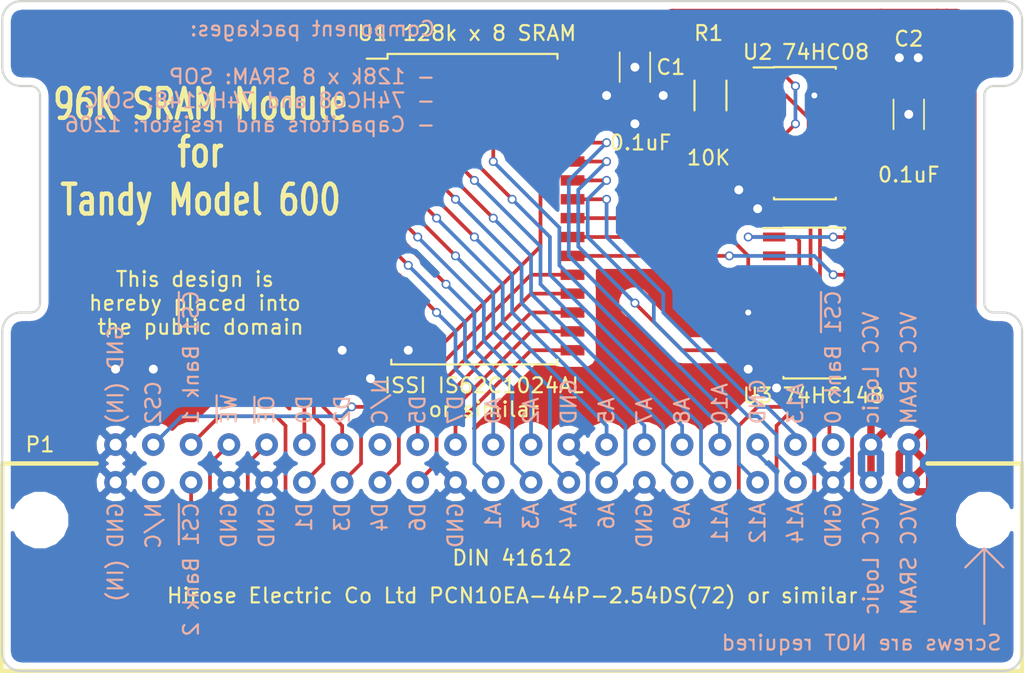
<source format=kicad_pcb>
(kicad_pcb (version 4) (host pcbnew 4.0.2-stable)

  (general
    (links 67)
    (no_connects 0)
    (area 111.684999 91.999999 180.415001 137.235001)
    (thickness 1.6)
    (drawings 77)
    (tracks 582)
    (zones 0)
    (modules 7)
    (nets 39)
  )

  (page A4)
  (layers
    (0 F.Cu signal)
    (31 B.Cu signal)
    (32 B.Adhes user)
    (33 F.Adhes user)
    (34 B.Paste user)
    (35 F.Paste user)
    (36 B.SilkS user)
    (37 F.SilkS user)
    (38 B.Mask user)
    (39 F.Mask user)
    (40 Dwgs.User user)
    (41 Cmts.User user)
    (42 Eco1.User user)
    (43 Eco2.User user)
    (44 Edge.Cuts user)
    (45 Margin user)
    (46 B.CrtYd user)
    (47 F.CrtYd user)
    (48 B.Fab user)
    (49 F.Fab user)
  )

  (setup
    (last_trace_width 0.25)
    (user_trace_width 0.25)
    (user_trace_width 0.5)
    (user_trace_width 0.75)
    (user_trace_width 1)
    (user_trace_width 1.5)
    (user_trace_width 2)
    (user_trace_width 2.5)
    (trace_clearance 0.2)
    (zone_clearance 0.75)
    (zone_45_only yes)
    (trace_min 0.2)
    (segment_width 0.15)
    (edge_width 0.15)
    (via_size 0.6)
    (via_drill 0.4)
    (via_min_size 0.4)
    (via_min_drill 0.3)
    (user_via 0.6 0.4)
    (user_via 1 0.6)
    (uvia_size 0.3)
    (uvia_drill 0.1)
    (uvias_allowed no)
    (uvia_min_size 0.2)
    (uvia_min_drill 0.1)
    (pcb_text_width 0.3)
    (pcb_text_size 1.5 1.5)
    (mod_edge_width 0.15)
    (mod_text_size 1 1)
    (mod_text_width 0.15)
    (pad_size 1.524 1.524)
    (pad_drill 0.762)
    (pad_to_mask_clearance 0.2)
    (aux_axis_origin 0 0)
    (grid_origin 146.05 137.16)
    (visible_elements 7FFFF7FF)
    (pcbplotparams
      (layerselection 0x00030_80000001)
      (usegerberextensions false)
      (excludeedgelayer true)
      (linewidth 0.100000)
      (plotframeref false)
      (viasonmask false)
      (mode 1)
      (useauxorigin false)
      (hpglpennumber 1)
      (hpglpenspeed 20)
      (hpglpendiameter 15)
      (hpglpenoverlay 2)
      (psnegative false)
      (psa4output false)
      (plotreference true)
      (plotvalue true)
      (plotinvisibletext false)
      (padsonsilk false)
      (subtractmaskfromsilk false)
      (outputformat 1)
      (mirror false)
      (drillshape 1)
      (scaleselection 1)
      (outputdirectory ""))
  )

  (net 0 "")
  (net 1 GND)
  (net 2 VMEM)
  (net 3 VCC)
  (net 4 /~CS1~_Bank0)
  (net 5 /A14)
  (net 6 /A13)
  (net 7 /A12)
  (net 8 /A11)
  (net 9 /A10)
  (net 10 /A9)
  (net 11 /A8)
  (net 12 /A7)
  (net 13 /A6)
  (net 14 /A5)
  (net 15 /A4)
  (net 16 /A3)
  (net 17 /A2)
  (net 18 /A1)
  (net 19 /A0)
  (net 20 /D7)
  (net 21 /D6)
  (net 22 /D5)
  (net 23 /D4)
  (net 24 /D3)
  (net 25 /D2)
  (net 26 /D1)
  (net 27 /D0)
  (net 28 /~OE)
  (net 29 /~WE)
  (net 30 /~CS1~_Bank2)
  (net 31 /~CS1~_Bank1)
  (net 32 /CS2)
  (net 33 /A15)
  (net 34 /A16)
  (net 35 /~OE~_Gated)
  (net 36 /CS1)
  (net 37 /~WE~_Gated)
  (net 38 /PU)

  (net_class Default "This is the default net class."
    (clearance 0.2)
    (trace_width 0.25)
    (via_dia 0.6)
    (via_drill 0.4)
    (uvia_dia 0.3)
    (uvia_drill 0.1)
    (add_net /A0)
    (add_net /A1)
    (add_net /A10)
    (add_net /A11)
    (add_net /A12)
    (add_net /A13)
    (add_net /A14)
    (add_net /A15)
    (add_net /A16)
    (add_net /A2)
    (add_net /A3)
    (add_net /A4)
    (add_net /A5)
    (add_net /A6)
    (add_net /A7)
    (add_net /A8)
    (add_net /A9)
    (add_net /CS1)
    (add_net /CS2)
    (add_net /D0)
    (add_net /D1)
    (add_net /D2)
    (add_net /D3)
    (add_net /D4)
    (add_net /D5)
    (add_net /D6)
    (add_net /D7)
    (add_net /PU)
    (add_net /~CS1~_Bank0)
    (add_net /~CS1~_Bank1)
    (add_net /~CS1~_Bank2)
    (add_net /~OE)
    (add_net /~OE~_Gated)
    (add_net /~WE)
    (add_net /~WE~_Gated)
  )

  (net_class Power ""
    (clearance 0.2)
    (trace_width 0.5)
    (via_dia 1)
    (via_drill 0.6)
    (uvia_dia 0.3)
    (uvia_drill 0.1)
    (add_net GND)
    (add_net VCC)
    (add_net VMEM)
  )

  (module 0Titanium:DIN41612-44-RightAngle (layer F.Cu) (tedit 58804885) (tstamp 586E7CF9)
    (at 172.72 124.46)
    (path /586E7AB5)
    (fp_text reference P1 (at -58.42 -2.54) (layer F.SilkS)
      (effects (font (size 1 1) (thickness 0.15)))
    )
    (fp_text value "DIN 41612" (at -26.67 5.08) (layer F.SilkS)
      (effects (font (size 1 1) (thickness 0.15)))
    )
    (fp_line (start -54.67 6.3) (end 1.33 6.3) (layer Dwgs.User) (width 0.15))
    (fp_line (start -60.96 -1.27) (end -60.96 12.7) (layer F.SilkS) (width 0.3))
    (fp_line (start 7.62 12.7) (end -60.96 12.7) (layer F.SilkS) (width 0.3))
    (fp_line (start 7.62 2.54) (end 7.62 12.7) (layer F.SilkS) (width 0.3))
    (fp_line (start 1.27 -1.27) (end 7.62 -1.27) (layer F.SilkS) (width 0.3))
    (fp_line (start 7.62 -1.27) (end 7.62 5.08) (layer F.SilkS) (width 0.3))
    (fp_line (start -54.61 -1.27) (end -60.96 -1.27) (layer F.SilkS) (width 0.3))
    (pad 1 thru_hole circle (at 0 0) (size 1.524 1.524) (drill 0.8) (layers *.Cu *.Mask)
      (net 2 VMEM))
    (pad 2 thru_hole circle (at 0 -2.54) (size 1.524 1.524) (drill 0.8) (layers *.Cu *.Mask)
      (net 2 VMEM))
    (pad 3 thru_hole circle (at -2.54 0) (size 1.524 1.524) (drill 0.8) (layers *.Cu *.Mask)
      (net 3 VCC))
    (pad 4 thru_hole circle (at -2.54 -2.54) (size 1.524 1.524) (drill 0.8) (layers *.Cu *.Mask)
      (net 3 VCC))
    (pad 5 thru_hole circle (at -5.08 0) (size 1.524 1.524) (drill 0.8) (layers *.Cu *.Mask)
      (net 1 GND))
    (pad 6 thru_hole circle (at -5.08 -2.54) (size 1.524 1.524) (drill 0.8) (layers *.Cu *.Mask)
      (net 4 /~CS1~_Bank0))
    (pad 7 thru_hole circle (at -7.62 0) (size 1.524 1.524) (drill 0.8) (layers *.Cu *.Mask)
      (net 5 /A14))
    (pad 8 thru_hole circle (at -7.62 -2.54) (size 1.524 1.524) (drill 0.8) (layers *.Cu *.Mask)
      (net 6 /A13))
    (pad 9 thru_hole circle (at -10.16 0) (size 1.524 1.524) (drill 0.8) (layers *.Cu *.Mask)
      (net 7 /A12))
    (pad 10 thru_hole circle (at -10.16 -2.54) (size 1.524 1.524) (drill 0.8) (layers *.Cu *.Mask)
      (net 1 GND))
    (pad 11 thru_hole circle (at -12.7 0) (size 1.524 1.524) (drill 0.8) (layers *.Cu *.Mask)
      (net 8 /A11))
    (pad 12 thru_hole circle (at -12.7 -2.54) (size 1.524 1.524) (drill 0.8) (layers *.Cu *.Mask)
      (net 9 /A10))
    (pad 13 thru_hole circle (at -15.24 0) (size 1.524 1.524) (drill 0.8) (layers *.Cu *.Mask)
      (net 10 /A9))
    (pad 14 thru_hole circle (at -15.24 -2.54) (size 1.524 1.524) (drill 0.8) (layers *.Cu *.Mask)
      (net 11 /A8))
    (pad 15 thru_hole circle (at -17.78 0) (size 1.524 1.524) (drill 0.8) (layers *.Cu *.Mask)
      (net 1 GND))
    (pad 16 thru_hole circle (at -17.78 -2.54) (size 1.524 1.524) (drill 0.8) (layers *.Cu *.Mask)
      (net 12 /A7))
    (pad 17 thru_hole circle (at -20.32 0) (size 1.524 1.524) (drill 0.8) (layers *.Cu *.Mask)
      (net 13 /A6))
    (pad 18 thru_hole circle (at -20.32 -2.54) (size 1.524 1.524) (drill 0.8) (layers *.Cu *.Mask)
      (net 14 /A5))
    (pad 19 thru_hole circle (at -22.86 0) (size 1.524 1.524) (drill 0.8) (layers *.Cu *.Mask)
      (net 15 /A4))
    (pad 20 thru_hole circle (at -22.86 -2.54) (size 1.524 1.524) (drill 0.8) (layers *.Cu *.Mask)
      (net 1 GND))
    (pad 21 thru_hole circle (at -25.4 0) (size 1.524 1.524) (drill 0.8) (layers *.Cu *.Mask)
      (net 16 /A3))
    (pad 22 thru_hole circle (at -25.4 -2.54) (size 1.524 1.524) (drill 0.8) (layers *.Cu *.Mask)
      (net 17 /A2))
    (pad 23 thru_hole circle (at -27.94 0) (size 1.524 1.524) (drill 0.8) (layers *.Cu *.Mask)
      (net 18 /A1))
    (pad 24 thru_hole circle (at -27.94 -2.54) (size 1.524 1.524) (drill 0.8) (layers *.Cu *.Mask)
      (net 19 /A0))
    (pad 25 thru_hole circle (at -30.48 0) (size 1.524 1.524) (drill 0.8) (layers *.Cu *.Mask)
      (net 1 GND))
    (pad 26 thru_hole circle (at -30.48 -2.54) (size 1.524 1.524) (drill 0.8) (layers *.Cu *.Mask)
      (net 20 /D7))
    (pad 27 thru_hole circle (at -33.02 0) (size 1.524 1.524) (drill 0.8) (layers *.Cu *.Mask)
      (net 21 /D6))
    (pad 28 thru_hole circle (at -33.02 -2.54) (size 1.524 1.524) (drill 0.8) (layers *.Cu *.Mask)
      (net 22 /D5))
    (pad 29 thru_hole circle (at -35.56 0) (size 1.524 1.524) (drill 0.8) (layers *.Cu *.Mask)
      (net 23 /D4))
    (pad 30 thru_hole circle (at -35.56 -2.54) (size 1.524 1.524) (drill 0.8) (layers *.Cu *.Mask))
    (pad 31 thru_hole circle (at -38.1 0) (size 1.524 1.524) (drill 0.8) (layers *.Cu *.Mask)
      (net 24 /D3))
    (pad 32 thru_hole circle (at -38.1 -2.54) (size 1.524 1.524) (drill 0.8) (layers *.Cu *.Mask)
      (net 25 /D2))
    (pad 33 thru_hole circle (at -40.64 0) (size 1.524 1.524) (drill 0.8) (layers *.Cu *.Mask)
      (net 26 /D1))
    (pad 34 thru_hole circle (at -40.64 -2.54) (size 1.524 1.524) (drill 0.8) (layers *.Cu *.Mask)
      (net 27 /D0))
    (pad 35 thru_hole circle (at -43.18 0) (size 1.524 1.524) (drill 0.8) (layers *.Cu *.Mask)
      (net 1 GND))
    (pad 36 thru_hole circle (at -43.18 -2.54) (size 1.524 1.524) (drill 0.8) (layers *.Cu *.Mask)
      (net 28 /~OE))
    (pad 37 thru_hole circle (at -45.72 0) (size 1.524 1.524) (drill 0.8) (layers *.Cu *.Mask)
      (net 1 GND))
    (pad 38 thru_hole circle (at -45.72 -2.54) (size 1.524 1.524) (drill 0.8) (layers *.Cu *.Mask)
      (net 29 /~WE))
    (pad 39 thru_hole circle (at -48.26 0) (size 1.524 1.524) (drill 0.8) (layers *.Cu *.Mask)
      (net 30 /~CS1~_Bank2))
    (pad 40 thru_hole circle (at -48.26 -2.54) (size 1.524 1.524) (drill 0.8) (layers *.Cu *.Mask)
      (net 31 /~CS1~_Bank1))
    (pad 41 thru_hole circle (at -50.8 0) (size 1.524 1.524) (drill 0.8) (layers *.Cu *.Mask))
    (pad 42 thru_hole circle (at -50.8 -2.54) (size 1.524 1.524) (drill 0.8) (layers *.Cu *.Mask)
      (net 32 /CS2))
    (pad 43 thru_hole circle (at -53.34 0) (size 1.524 1.524) (drill 0.8) (layers *.Cu *.Mask)
      (net 1 GND))
    (pad 44 thru_hole circle (at -53.34 -2.54) (size 1.524 1.524) (drill 0.8) (layers *.Cu *.Mask)
      (net 1 GND))
    (pad "" np_thru_hole circle (at 5.08 2.54) (size 2.8 2.8) (drill 2.8) (layers *.Cu))
    (pad "" np_thru_hole circle (at -58.42 2.54) (size 2.8 2.8) (drill 2.8) (layers *.Cu))
  )

  (module 0Titanium:SOP32-WIDE (layer F.Cu) (tedit 5881971C) (tstamp 586E7D1D)
    (at 143.51 106.045)
    (path /586E7CD2)
    (fp_text reference U1 (at -6.858 -11.811) (layer F.SilkS)
      (effects (font (size 1 1) (thickness 0.15)))
    )
    (fp_text value "128k x 8 SRAM" (at 1.016 -11.811) (layer F.SilkS)
      (effects (font (size 1 1) (thickness 0.15)))
    )
    (fp_line (start -5.588 10.4775) (end 5.588 10.4775) (layer F.SilkS) (width 0.15))
    (fp_line (start -7.874 10.541) (end 7.874 10.541) (layer F.CrtYd) (width 0.075))
    (fp_line (start -7.874 -10.541) (end 7.874 -10.541) (layer F.CrtYd) (width 0.075))
    (fp_line (start -5.842 -10.414) (end 5.588 -10.414) (layer F.SilkS) (width 0.15))
    (fp_line (start 7.874 10.541) (end 7.874 -10.541) (layer F.CrtYd) (width 0.075))
    (fp_line (start -7.874 -10.541) (end -7.874 10.541) (layer F.CrtYd) (width 0.075))
    (fp_line (start 5.588 10.16) (end 5.588 10.4775) (layer F.SilkS) (width 0.15))
    (fp_line (start -5.588 10.4775) (end -5.588 10.16) (layer F.SilkS) (width 0.15))
    (fp_line (start -7.239 -10.0965) (end -5.842 -10.0965) (layer F.SilkS) (width 0.15))
    (fp_line (start -5.842 -10.0965) (end -5.842 -10.414) (layer F.SilkS) (width 0.15))
    (fp_line (start 5.588 -10.414) (end 5.588 -10.0965) (layer F.SilkS) (width 0.15))
    (pad 18 smd rect (at 6.6 8.255) (size 1.6 0.7) (layers F.Cu F.Paste F.Mask)
      (net 21 /D6))
    (pad 15 smd rect (at -6.6 8.255) (size 1.6 0.7) (layers F.Cu F.Paste F.Mask)
      (net 25 /D2))
    (pad 16 smd rect (at -6.6 9.525) (size 1.6 0.7) (layers F.Cu F.Paste F.Mask)
      (net 1 GND))
    (pad 17 smd rect (at 6.6 9.525) (size 1.6 0.7) (layers F.Cu F.Paste F.Mask)
      (net 20 /D7))
    (pad 19 smd rect (at 6.6 6.985) (size 1.6 0.7) (layers F.Cu F.Paste F.Mask)
      (net 22 /D5))
    (pad 14 smd rect (at -6.6 6.985) (size 1.6 0.7) (layers F.Cu F.Paste F.Mask)
      (net 26 /D1))
    (pad 13 smd rect (at -6.6 5.715) (size 1.6 0.7) (layers F.Cu F.Paste F.Mask)
      (net 27 /D0))
    (pad 20 smd rect (at 6.6 5.715) (size 1.6 0.7) (layers F.Cu F.Paste F.Mask)
      (net 23 /D4))
    (pad 24 smd rect (at 6.6 0.635) (size 1.6 0.7) (layers F.Cu F.Paste F.Mask)
      (net 35 /~OE~_Gated))
    (pad 9 smd rect (at -6.6 0.635) (size 1.6 0.7) (layers F.Cu F.Paste F.Mask)
      (net 17 /A2))
    (pad 10 smd rect (at -6.6 1.905) (size 1.6 0.7) (layers F.Cu F.Paste F.Mask)
      (net 16 /A3))
    (pad 23 smd rect (at 6.6 1.905) (size 1.6 0.7) (layers F.Cu F.Paste F.Mask)
      (net 34 /A16))
    (pad 21 smd rect (at 6.6 4.445) (size 1.6 0.7) (layers F.Cu F.Paste F.Mask)
      (net 24 /D3))
    (pad 12 smd rect (at -6.6 4.445) (size 1.6 0.7) (layers F.Cu F.Paste F.Mask)
      (net 18 /A1))
    (pad 11 smd rect (at -6.6 3.175) (size 1.6 0.7) (layers F.Cu F.Paste F.Mask)
      (net 19 /A0))
    (pad 22 smd rect (at 6.6 3.175) (size 1.6 0.7) (layers F.Cu F.Paste F.Mask)
      (net 36 /CS1))
    (pad 30 smd rect (at 6.6 -6.985) (size 1.6 0.7) (layers F.Cu F.Paste F.Mask)
      (net 32 /CS2))
    (pad 3 smd rect (at -6.6 -6.985) (size 1.6 0.7) (layers F.Cu F.Paste F.Mask)
      (net 11 /A8))
    (pad 4 smd rect (at -6.6 -5.715) (size 1.6 0.7) (layers F.Cu F.Paste F.Mask)
      (net 10 /A9))
    (pad 29 smd rect (at 6.6 -5.715) (size 1.6 0.7) (layers F.Cu F.Paste F.Mask)
      (net 37 /~WE~_Gated))
    (pad 31 smd rect (at 6.6 -8.255) (size 1.6 0.7) (layers F.Cu F.Paste F.Mask)
      (net 9 /A10))
    (pad 2 smd rect (at -6.6 -8.255) (size 1.6 0.7) (layers F.Cu F.Paste F.Mask)
      (net 8 /A11))
    (pad 1 smd rect (at -6.6 -9.525) (size 1.6 0.7) (layers F.Cu F.Paste F.Mask))
    (pad 32 smd rect (at 6.6 -9.525) (size 1.6 0.7) (layers F.Cu F.Paste F.Mask)
      (net 2 VMEM))
    (pad 28 smd rect (at 6.6 -4.445) (size 1.6 0.7) (layers F.Cu F.Paste F.Mask)
      (net 7 /A12))
    (pad 5 smd rect (at -6.6 -4.445) (size 1.6 0.7) (layers F.Cu F.Paste F.Mask)
      (net 12 /A7))
    (pad 6 smd rect (at -6.6 -3.175) (size 1.6 0.7) (layers F.Cu F.Paste F.Mask)
      (net 13 /A6))
    (pad 27 smd rect (at 6.6 -3.175) (size 1.6 0.7) (layers F.Cu F.Paste F.Mask)
      (net 33 /A15))
    (pad 25 smd rect (at 6.6 -0.635) (size 1.6 0.7) (layers F.Cu F.Paste F.Mask)
      (net 6 /A13))
    (pad 8 smd rect (at -6.6 -0.635) (size 1.6 0.7) (layers F.Cu F.Paste F.Mask)
      (net 15 /A4))
    (pad 7 smd rect (at -6.6 -1.905) (size 1.6 0.7) (layers F.Cu F.Paste F.Mask)
      (net 14 /A5))
    (pad 26 smd rect (at 6.6 -1.905) (size 1.6 0.7) (layers F.Cu F.Paste F.Mask)
      (net 5 /A14))
    (model Housings_SSOP.3dshapes/TSSOP-32_6.1x11mm_Pitch0.65mm.wrl
      (at (xyz 0 0 0))
      (scale (xyz 1.75 1.954 1.75))
      (rotate (xyz 0 0 0))
    )
  )

  (module Housings_SOIC:SOIC-14_3.9x8.7mm_Pitch1.27mm (layer F.Cu) (tedit 58805335) (tstamp 587F5BA6)
    (at 165.735 100.965)
    (descr "14-Lead Plastic Small Outline (SL) - Narrow, 3.90 mm Body [SOIC] (see Microchip Packaging Specification 00000049BS.pdf)")
    (tags "SOIC 1.27")
    (path /587F64D9)
    (attr smd)
    (fp_text reference U2 (at -3.175 -5.461) (layer F.SilkS)
      (effects (font (size 1 1) (thickness 0.15)))
    )
    (fp_text value 74HC08 (at 1.397 -5.461) (layer F.SilkS)
      (effects (font (size 1 1) (thickness 0.15)))
    )
    (fp_line (start -0.95 -4.35) (end 1.95 -4.35) (layer F.Fab) (width 0.15))
    (fp_line (start 1.95 -4.35) (end 1.95 4.35) (layer F.Fab) (width 0.15))
    (fp_line (start 1.95 4.35) (end -1.95 4.35) (layer F.Fab) (width 0.15))
    (fp_line (start -1.95 4.35) (end -1.95 -3.35) (layer F.Fab) (width 0.15))
    (fp_line (start -1.95 -3.35) (end -0.95 -4.35) (layer F.Fab) (width 0.15))
    (fp_line (start -3.7 -4.65) (end -3.7 4.65) (layer F.CrtYd) (width 0.05))
    (fp_line (start 3.7 -4.65) (end 3.7 4.65) (layer F.CrtYd) (width 0.05))
    (fp_line (start -3.7 -4.65) (end 3.7 -4.65) (layer F.CrtYd) (width 0.05))
    (fp_line (start -3.7 4.65) (end 3.7 4.65) (layer F.CrtYd) (width 0.05))
    (fp_line (start -2.075 -4.45) (end -2.075 -4.425) (layer F.SilkS) (width 0.15))
    (fp_line (start 2.075 -4.45) (end 2.075 -4.335) (layer F.SilkS) (width 0.15))
    (fp_line (start 2.075 4.45) (end 2.075 4.335) (layer F.SilkS) (width 0.15))
    (fp_line (start -2.075 4.45) (end -2.075 4.335) (layer F.SilkS) (width 0.15))
    (fp_line (start -2.075 -4.45) (end 2.075 -4.45) (layer F.SilkS) (width 0.15))
    (fp_line (start -2.075 4.45) (end 2.075 4.45) (layer F.SilkS) (width 0.15))
    (fp_line (start -2.075 -4.425) (end -3.45 -4.425) (layer F.SilkS) (width 0.15))
    (pad 1 smd rect (at -2.7 -3.81) (size 1.5 0.6) (layers F.Cu F.Paste F.Mask)
      (net 38 /PU))
    (pad 2 smd rect (at -2.7 -2.54) (size 1.5 0.6) (layers F.Cu F.Paste F.Mask)
      (net 29 /~WE))
    (pad 3 smd rect (at -2.7 -1.27) (size 1.5 0.6) (layers F.Cu F.Paste F.Mask)
      (net 37 /~WE~_Gated))
    (pad 4 smd rect (at -2.7 0) (size 1.5 0.6) (layers F.Cu F.Paste F.Mask)
      (net 38 /PU))
    (pad 5 smd rect (at -2.7 1.27) (size 1.5 0.6) (layers F.Cu F.Paste F.Mask)
      (net 28 /~OE))
    (pad 6 smd rect (at -2.7 2.54) (size 1.5 0.6) (layers F.Cu F.Paste F.Mask)
      (net 35 /~OE~_Gated))
    (pad 7 smd rect (at -2.7 3.81) (size 1.5 0.6) (layers F.Cu F.Paste F.Mask)
      (net 1 GND))
    (pad 8 smd rect (at 2.7 3.81) (size 1.5 0.6) (layers F.Cu F.Paste F.Mask))
    (pad 9 smd rect (at 2.7 2.54) (size 1.5 0.6) (layers F.Cu F.Paste F.Mask)
      (net 1 GND))
    (pad 10 smd rect (at 2.7 1.27) (size 1.5 0.6) (layers F.Cu F.Paste F.Mask)
      (net 1 GND))
    (pad 11 smd rect (at 2.7 0) (size 1.5 0.6) (layers F.Cu F.Paste F.Mask))
    (pad 12 smd rect (at 2.7 -1.27) (size 1.5 0.6) (layers F.Cu F.Paste F.Mask)
      (net 1 GND))
    (pad 13 smd rect (at 2.7 -2.54) (size 1.5 0.6) (layers F.Cu F.Paste F.Mask)
      (net 1 GND))
    (pad 14 smd rect (at 2.7 -3.81) (size 1.5 0.6) (layers F.Cu F.Paste F.Mask)
      (net 3 VCC))
    (model Housings_SOIC.3dshapes/SOIC-14_3.9x8.7mm_Pitch1.27mm.wrl
      (at (xyz 0 0 0))
      (scale (xyz 1 1 1))
      (rotate (xyz 0 0 0))
    )
  )

  (module Housings_SOIC:SOIC-16_3.9x9.9mm_Pitch1.27mm (layer F.Cu) (tedit 5880534F) (tstamp 587F5BBA)
    (at 166.37 112.395)
    (descr "16-Lead Plastic Small Outline (SL) - Narrow, 3.90 mm Body [SOIC] (see Microchip Packaging Specification 00000049BS.pdf)")
    (tags "SOIC 1.27")
    (path /587F6708)
    (attr smd)
    (fp_text reference U3 (at -3.81 6.223) (layer F.SilkS)
      (effects (font (size 1 1) (thickness 0.15)))
    )
    (fp_text value 74HC148 (at 1.27 6.223) (layer F.SilkS)
      (effects (font (size 1 1) (thickness 0.15)))
    )
    (fp_line (start -0.95 -4.95) (end 1.95 -4.95) (layer F.Fab) (width 0.15))
    (fp_line (start 1.95 -4.95) (end 1.95 4.95) (layer F.Fab) (width 0.15))
    (fp_line (start 1.95 4.95) (end -1.95 4.95) (layer F.Fab) (width 0.15))
    (fp_line (start -1.95 4.95) (end -1.95 -3.95) (layer F.Fab) (width 0.15))
    (fp_line (start -1.95 -3.95) (end -0.95 -4.95) (layer F.Fab) (width 0.15))
    (fp_line (start -3.7 -5.25) (end -3.7 5.25) (layer F.CrtYd) (width 0.05))
    (fp_line (start 3.7 -5.25) (end 3.7 5.25) (layer F.CrtYd) (width 0.05))
    (fp_line (start -3.7 -5.25) (end 3.7 -5.25) (layer F.CrtYd) (width 0.05))
    (fp_line (start -3.7 5.25) (end 3.7 5.25) (layer F.CrtYd) (width 0.05))
    (fp_line (start -2.075 -5.075) (end -2.075 -5.05) (layer F.SilkS) (width 0.15))
    (fp_line (start 2.075 -5.075) (end 2.075 -4.97) (layer F.SilkS) (width 0.15))
    (fp_line (start 2.075 5.075) (end 2.075 4.97) (layer F.SilkS) (width 0.15))
    (fp_line (start -2.075 5.075) (end -2.075 4.97) (layer F.SilkS) (width 0.15))
    (fp_line (start -2.075 -5.075) (end 2.075 -5.075) (layer F.SilkS) (width 0.15))
    (fp_line (start -2.075 5.075) (end 2.075 5.075) (layer F.SilkS) (width 0.15))
    (fp_line (start -2.075 -5.05) (end -3.45 -5.05) (layer F.SilkS) (width 0.15))
    (pad 1 smd rect (at -2.7 -4.445) (size 1.5 0.6) (layers F.Cu F.Paste F.Mask)
      (net 3 VCC))
    (pad 2 smd rect (at -2.7 -3.175) (size 1.5 0.6) (layers F.Cu F.Paste F.Mask)
      (net 3 VCC))
    (pad 3 smd rect (at -2.7 -1.905) (size 1.5 0.6) (layers F.Cu F.Paste F.Mask)
      (net 3 VCC))
    (pad 4 smd rect (at -2.7 -0.635) (size 1.5 0.6) (layers F.Cu F.Paste F.Mask)
      (net 31 /~CS1~_Bank1))
    (pad 5 smd rect (at -2.7 0.635) (size 1.5 0.6) (layers F.Cu F.Paste F.Mask)
      (net 1 GND))
    (pad 6 smd rect (at -2.7 1.905) (size 1.5 0.6) (layers F.Cu F.Paste F.Mask)
      (net 34 /A16))
    (pad 7 smd rect (at -2.7 3.175) (size 1.5 0.6) (layers F.Cu F.Paste F.Mask)
      (net 33 /A15))
    (pad 8 smd rect (at -2.7 4.445) (size 1.5 0.6) (layers F.Cu F.Paste F.Mask)
      (net 1 GND))
    (pad 9 smd rect (at 2.7 4.445) (size 1.5 0.6) (layers F.Cu F.Paste F.Mask))
    (pad 10 smd rect (at 2.7 3.175) (size 1.5 0.6) (layers F.Cu F.Paste F.Mask)
      (net 30 /~CS1~_Bank2))
    (pad 11 smd rect (at 2.7 1.905) (size 1.5 0.6) (layers F.Cu F.Paste F.Mask)
      (net 3 VCC))
    (pad 12 smd rect (at 2.7 0.635) (size 1.5 0.6) (layers F.Cu F.Paste F.Mask)
      (net 4 /~CS1~_Bank0))
    (pad 13 smd rect (at 2.7 -0.635) (size 1.5 0.6) (layers F.Cu F.Paste F.Mask)
      (net 3 VCC))
    (pad 14 smd rect (at 2.7 -1.905) (size 1.5 0.6) (layers F.Cu F.Paste F.Mask)
      (net 36 /CS1))
    (pad 15 smd rect (at 2.7 -3.175) (size 1.5 0.6) (layers F.Cu F.Paste F.Mask))
    (pad 16 smd rect (at 2.7 -4.445) (size 1.5 0.6) (layers F.Cu F.Paste F.Mask)
      (net 3 VCC))
    (model Housings_SOIC.3dshapes/SOIC-16_3.9x9.9mm_Pitch1.27mm.wrl
      (at (xyz 0 0 0))
      (scale (xyz 1 1 1))
      (rotate (xyz 0 0 0))
    )
  )

  (module Capacitors_SMD:C_1206_HandSoldering (layer F.Cu) (tedit 58805881) (tstamp 587F5E14)
    (at 154.305 96.52 270)
    (descr "Capacitor SMD 1206, hand soldering")
    (tags "capacitor 1206")
    (path /586E7DAB)
    (attr smd)
    (fp_text reference C1 (at 0 -2.413 360) (layer F.SilkS)
      (effects (font (size 1 1) (thickness 0.15)))
    )
    (fp_text value 0.1uF (at 5.08 -0.381 360) (layer F.SilkS)
      (effects (font (size 1 1) (thickness 0.15)))
    )
    (fp_line (start -1.6 0.8) (end -1.6 -0.8) (layer F.Fab) (width 0.1))
    (fp_line (start 1.6 0.8) (end -1.6 0.8) (layer F.Fab) (width 0.1))
    (fp_line (start 1.6 -0.8) (end 1.6 0.8) (layer F.Fab) (width 0.1))
    (fp_line (start -1.6 -0.8) (end 1.6 -0.8) (layer F.Fab) (width 0.1))
    (fp_line (start -3.3 -1.15) (end 3.3 -1.15) (layer F.CrtYd) (width 0.05))
    (fp_line (start -3.3 1.15) (end 3.3 1.15) (layer F.CrtYd) (width 0.05))
    (fp_line (start -3.3 -1.15) (end -3.3 1.15) (layer F.CrtYd) (width 0.05))
    (fp_line (start 3.3 -1.15) (end 3.3 1.15) (layer F.CrtYd) (width 0.05))
    (fp_line (start 1 -1.025) (end -1 -1.025) (layer F.SilkS) (width 0.12))
    (fp_line (start -1 1.025) (end 1 1.025) (layer F.SilkS) (width 0.12))
    (pad 1 smd rect (at -2 0 270) (size 2 1.6) (layers F.Cu F.Paste F.Mask)
      (net 2 VMEM))
    (pad 2 smd rect (at 2 0 270) (size 2 1.6) (layers F.Cu F.Paste F.Mask)
      (net 1 GND))
    (model Capacitors_SMD.3dshapes/C_1206_HandSoldering.wrl
      (at (xyz 0 0 0))
      (scale (xyz 1 1 1))
      (rotate (xyz 0 0 0))
    )
  )

  (module Capacitors_SMD:C_1206_HandSoldering (layer F.Cu) (tedit 58805327) (tstamp 587F5E1A)
    (at 172.72 99.695 90)
    (descr "Capacitor SMD 1206, hand soldering")
    (tags "capacitor 1206")
    (path /587F7A69)
    (attr smd)
    (fp_text reference C2 (at 5.08 0 180) (layer F.SilkS)
      (effects (font (size 1 1) (thickness 0.15)))
    )
    (fp_text value 0.1uF (at -4.064 0 180) (layer F.SilkS)
      (effects (font (size 1 1) (thickness 0.15)))
    )
    (fp_line (start -1.6 0.8) (end -1.6 -0.8) (layer F.Fab) (width 0.1))
    (fp_line (start 1.6 0.8) (end -1.6 0.8) (layer F.Fab) (width 0.1))
    (fp_line (start 1.6 -0.8) (end 1.6 0.8) (layer F.Fab) (width 0.1))
    (fp_line (start -1.6 -0.8) (end 1.6 -0.8) (layer F.Fab) (width 0.1))
    (fp_line (start -3.3 -1.15) (end 3.3 -1.15) (layer F.CrtYd) (width 0.05))
    (fp_line (start -3.3 1.15) (end 3.3 1.15) (layer F.CrtYd) (width 0.05))
    (fp_line (start -3.3 -1.15) (end -3.3 1.15) (layer F.CrtYd) (width 0.05))
    (fp_line (start 3.3 -1.15) (end 3.3 1.15) (layer F.CrtYd) (width 0.05))
    (fp_line (start 1 -1.025) (end -1 -1.025) (layer F.SilkS) (width 0.12))
    (fp_line (start -1 1.025) (end 1 1.025) (layer F.SilkS) (width 0.12))
    (pad 1 smd rect (at -2 0 90) (size 2 1.6) (layers F.Cu F.Paste F.Mask)
      (net 3 VCC))
    (pad 2 smd rect (at 2 0 90) (size 2 1.6) (layers F.Cu F.Paste F.Mask)
      (net 1 GND))
    (model Capacitors_SMD.3dshapes/C_1206_HandSoldering.wrl
      (at (xyz 0 0 0))
      (scale (xyz 1 1 1))
      (rotate (xyz 0 0 0))
    )
  )

  (module Resistors_SMD:R_1206_HandSoldering (layer F.Cu) (tedit 58805316) (tstamp 587F5E20)
    (at 159.385 98.425 270)
    (descr "Resistor SMD 1206, hand soldering")
    (tags "resistor 1206")
    (path /587F7C5D)
    (attr smd)
    (fp_text reference R1 (at -4.191 0.127 360) (layer F.SilkS)
      (effects (font (size 1 1) (thickness 0.15)))
    )
    (fp_text value 10K (at 4.191 0.127 360) (layer F.SilkS)
      (effects (font (size 1 1) (thickness 0.15)))
    )
    (fp_line (start -1.6 0.8) (end -1.6 -0.8) (layer F.Fab) (width 0.1))
    (fp_line (start 1.6 0.8) (end -1.6 0.8) (layer F.Fab) (width 0.1))
    (fp_line (start 1.6 -0.8) (end 1.6 0.8) (layer F.Fab) (width 0.1))
    (fp_line (start -1.6 -0.8) (end 1.6 -0.8) (layer F.Fab) (width 0.1))
    (fp_line (start -3.3 -1.2) (end 3.3 -1.2) (layer F.CrtYd) (width 0.05))
    (fp_line (start -3.3 1.2) (end 3.3 1.2) (layer F.CrtYd) (width 0.05))
    (fp_line (start -3.3 -1.2) (end -3.3 1.2) (layer F.CrtYd) (width 0.05))
    (fp_line (start 3.3 -1.2) (end 3.3 1.2) (layer F.CrtYd) (width 0.05))
    (fp_line (start 1 1.075) (end -1 1.075) (layer F.SilkS) (width 0.15))
    (fp_line (start -1 -1.075) (end 1 -1.075) (layer F.SilkS) (width 0.15))
    (pad 1 smd rect (at -2 0 270) (size 2 1.7) (layers F.Cu F.Paste F.Mask)
      (net 3 VCC))
    (pad 2 smd rect (at 2 0 270) (size 2 1.7) (layers F.Cu F.Paste F.Mask)
      (net 38 /PU))
    (model Resistors_SMD.3dshapes/R_1206_HandSoldering.wrl
      (at (xyz 0 0 0))
      (scale (xyz 1 1 1))
      (rotate (xyz 0 0 0))
    )
  )

  (gr_text "Component packages:\n\n- 128k x 8 SRAM: SOP\n- 74HC08 and 74HC148: SOIC\n- Capacitors and resistor: 1206 " (at 140.97 97.155) (layer B.SilkS)
    (effects (font (size 1 1) (thickness 0.15)) (justify left mirror))
  )
  (gr_line (start 177.8 128.905) (end 177.8 133.985) (angle 90) (layer B.SilkS) (width 0.15))
  (gr_line (start 177.8 128.905) (end 179.07 130.175) (angle 90) (layer B.SilkS) (width 0.15))
  (gr_line (start 176.53 130.175) (end 177.8 128.905) (angle 90) (layer B.SilkS) (width 0.15))
  (gr_text ~WE (at 127 120.65 90) (layer B.SilkS) (tstamp 588198C3)
    (effects (font (size 1 1) (thickness 0.15)) (justify right mirror))
  )
  (gr_text "~CS1~ Bank 1" (at 124.46 120.65 90) (layer B.SilkS) (tstamp 588198C2)
    (effects (font (size 1 1) (thickness 0.15)) (justify right mirror))
  )
  (gr_text "GND (IN)" (at 119.38 120.65 90) (layer B.SilkS) (tstamp 588198C1)
    (effects (font (size 1 1) (thickness 0.15)) (justify right mirror))
  )
  (gr_text CS2 (at 121.92 120.65 90) (layer B.SilkS) (tstamp 588198C0)
    (effects (font (size 1 1) (thickness 0.15)) (justify right mirror))
  )
  (gr_text D0 (at 132.08 120.65 90) (layer B.SilkS) (tstamp 588198BF)
    (effects (font (size 1 1) (thickness 0.15)) (justify right mirror))
  )
  (gr_text ~OE (at 129.54 120.65 90) (layer B.SilkS) (tstamp 588198BE)
    (effects (font (size 1 1) (thickness 0.15)) (justify right mirror))
  )
  (gr_text A5 (at 152.4 120.65 90) (layer B.SilkS) (tstamp 588198BB)
    (effects (font (size 1 1) (thickness 0.15)) (justify right mirror))
  )
  (gr_text GND (at 149.86 120.65 90) (layer B.SilkS) (tstamp 588198BA)
    (effects (font (size 1 1) (thickness 0.15)) (justify right mirror))
  )
  (gr_text A0 (at 144.78 120.65 90) (layer B.SilkS) (tstamp 588198B9)
    (effects (font (size 1 1) (thickness 0.15)) (justify right mirror))
  )
  (gr_text A2 (at 147.32 120.65 90) (layer B.SilkS) (tstamp 588198B8)
    (effects (font (size 1 1) (thickness 0.15)) (justify right mirror))
  )
  (gr_text N/C (at 137.16 120.65 90) (layer B.SilkS) (tstamp 588198B7)
    (effects (font (size 1 1) (thickness 0.15)) (justify right mirror))
  )
  (gr_text D2 (at 134.62 120.65 90) (layer B.SilkS) (tstamp 588198B6)
    (effects (font (size 1 1) (thickness 0.15)) (justify right mirror))
  )
  (gr_text D5 (at 139.7 120.65 90) (layer B.SilkS) (tstamp 588198B5)
    (effects (font (size 1 1) (thickness 0.15)) (justify right mirror))
  )
  (gr_text D7 (at 142.24 120.65 90) (layer B.SilkS) (tstamp 588198B4)
    (effects (font (size 1 1) (thickness 0.15)) (justify right mirror))
  )
  (gr_text GND (at 162.56 120.65 90) (layer B.SilkS) (tstamp 588198AE)
    (effects (font (size 1 1) (thickness 0.15)) (justify right mirror))
  )
  (gr_text A10 (at 160.02 120.65 90) (layer B.SilkS) (tstamp 588198AD)
    (effects (font (size 1 1) (thickness 0.15)) (justify right mirror))
  )
  (gr_text A7 (at 154.94 120.65 90) (layer B.SilkS) (tstamp 588198AC)
    (effects (font (size 1 1) (thickness 0.15)) (justify right mirror))
  )
  (gr_text A8 (at 157.48 120.65 90) (layer B.SilkS) (tstamp 588198AB)
    (effects (font (size 1 1) (thickness 0.15)) (justify right mirror))
  )
  (gr_text "~CS1~ Bank 0" (at 167.64 120.65 90) (layer B.SilkS) (tstamp 58819896)
    (effects (font (size 1 1) (thickness 0.15)) (justify right mirror))
  )
  (gr_text A13 (at 165.1 120.65 90) (layer B.SilkS) (tstamp 58819895)
    (effects (font (size 1 1) (thickness 0.15)) (justify right mirror))
  )
  (gr_text "VCC Logic" (at 170.18 120.65 90) (layer B.SilkS) (tstamp 58819890)
    (effects (font (size 1 1) (thickness 0.15)) (justify right mirror))
  )
  (gr_text "VCC SRAM" (at 172.72 120.65 90) (layer B.SilkS) (tstamp 5881987D)
    (effects (font (size 1 1) (thickness 0.15)) (justify right mirror))
  )
  (gr_text "GND (IN)" (at 119.38 125.73 90) (layer B.SilkS) (tstamp 58819832)
    (effects (font (size 1 1) (thickness 0.15)) (justify left mirror))
  )
  (gr_text GND (at 129.54 125.73 90) (layer B.SilkS) (tstamp 58819830)
    (effects (font (size 1 1) (thickness 0.15)) (justify left mirror))
  )
  (gr_text GND (at 127 125.73 90) (layer B.SilkS) (tstamp 5881982F)
    (effects (font (size 1 1) (thickness 0.15)) (justify left mirror))
  )
  (gr_text N/C (at 121.92 125.73 90) (layer B.SilkS) (tstamp 5881982E)
    (effects (font (size 1 1) (thickness 0.15)) (justify left mirror))
  )
  (gr_text "~CS1~ Bank 2" (at 124.46 125.73 90) (layer B.SilkS) (tstamp 5881982D)
    (effects (font (size 1 1) (thickness 0.15)) (justify left mirror))
  )
  (gr_text D1 (at 132.08 125.73 90) (layer B.SilkS) (tstamp 5881982C)
    (effects (font (size 1 1) (thickness 0.15)) (justify left mirror))
  )
  (gr_text A6 (at 152.4 125.73 90) (layer B.SilkS) (tstamp 5881982B)
    (effects (font (size 1 1) (thickness 0.15)) (justify left mirror))
  )
  (gr_text A4 (at 149.86 125.73 90) (layer B.SilkS) (tstamp 5881982A)
    (effects (font (size 1 1) (thickness 0.15)) (justify left mirror))
  )
  (gr_text A1 (at 144.78 125.73 90) (layer B.SilkS) (tstamp 58819829)
    (effects (font (size 1 1) (thickness 0.15)) (justify left mirror))
  )
  (gr_text A3 (at 147.32 125.73 90) (layer B.SilkS) (tstamp 58819828)
    (effects (font (size 1 1) (thickness 0.15)) (justify left mirror))
  )
  (gr_text D4 (at 137.16 125.73 90) (layer B.SilkS) (tstamp 58819827)
    (effects (font (size 1 1) (thickness 0.15)) (justify left mirror))
  )
  (gr_text D3 (at 134.62 125.73 90) (layer B.SilkS) (tstamp 58819826)
    (effects (font (size 1 1) (thickness 0.15)) (justify left mirror))
  )
  (gr_text D6 (at 139.7 125.73 90) (layer B.SilkS) (tstamp 58819825)
    (effects (font (size 1 1) (thickness 0.15)) (justify left mirror))
  )
  (gr_text GND (at 142.24 125.73 90) (layer B.SilkS) (tstamp 58819824)
    (effects (font (size 1 1) (thickness 0.15)) (justify left mirror))
  )
  (gr_text A12 (at 162.56 125.73 90) (layer B.SilkS) (tstamp 58819823)
    (effects (font (size 1 1) (thickness 0.15)) (justify left mirror))
  )
  (gr_text A11 (at 160.02 125.73 90) (layer B.SilkS) (tstamp 58819822)
    (effects (font (size 1 1) (thickness 0.15)) (justify left mirror))
  )
  (gr_text GND (at 154.94 125.73 90) (layer B.SilkS) (tstamp 58819821)
    (effects (font (size 1 1) (thickness 0.15)) (justify left mirror))
  )
  (gr_text A9 (at 157.48 125.73 90) (layer B.SilkS) (tstamp 58819820)
    (effects (font (size 1 1) (thickness 0.15)) (justify left mirror))
  )
  (gr_text GND (at 167.64 125.73 90) (layer B.SilkS) (tstamp 5881981F)
    (effects (font (size 1 1) (thickness 0.15)) (justify left mirror))
  )
  (gr_text A14 (at 165.1 125.73 90) (layer B.SilkS) (tstamp 5881981E)
    (effects (font (size 1 1) (thickness 0.15)) (justify left mirror))
  )
  (gr_text "VCC Logic" (at 170.18 125.73 90) (layer B.SilkS) (tstamp 5881981D)
    (effects (font (size 1 1) (thickness 0.15)) (justify left mirror))
  )
  (gr_text "VCC SRAM" (at 172.72 125.73 90) (layer B.SilkS)
    (effects (font (size 1 1) (thickness 0.15)) (justify left mirror))
  )
  (gr_text "Screws are NOT required" (at 169.545 135.255) (layer B.SilkS)
    (effects (font (size 1 1) (thickness 0.15)) (justify mirror))
  )
  (gr_text "This design is \nhereby placed into \nthe public domain" (at 125.095 112.395) (layer F.SilkS)
    (effects (font (size 1 1) (thickness 0.15)))
  )
  (gr_text "96K SRAM Module\nfor\nTandy Model 600" (at 125.095 102.235) (layer F.SilkS)
    (effects (font (size 2 1.45) (thickness 0.3)))
  )
  (gr_text "ISSI IS62C1024AL\nor similar" (at 144.145 118.745) (layer F.SilkS)
    (effects (font (size 1 1) (thickness 0.15)))
  )
  (gr_line (start 178.435 97.79) (end 179.07 97.79) (angle 90) (layer Edge.Cuts) (width 0.15))
  (gr_line (start 177.8 112.395) (end 177.8 98.425) (angle 90) (layer Edge.Cuts) (width 0.15))
  (gr_line (start 179.07 113.03) (end 178.435 113.03) (angle 90) (layer Edge.Cuts) (width 0.15))
  (gr_arc (start 178.435 112.395) (end 178.435 113.03) (angle 90) (layer Edge.Cuts) (width 0.15))
  (gr_arc (start 178.435 98.425) (end 177.8 98.425) (angle 90) (layer Edge.Cuts) (width 0.15))
  (gr_arc (start 113.665 112.395) (end 114.3 112.395) (angle 90) (layer Edge.Cuts) (width 0.15))
  (gr_line (start 113.03 113.03) (end 113.665 113.03) (angle 90) (layer Edge.Cuts) (width 0.15))
  (gr_line (start 114.3 98.425) (end 114.3 112.395) (angle 90) (layer Edge.Cuts) (width 0.15))
  (gr_line (start 113.03 97.79) (end 113.665 97.79) (angle 90) (layer Edge.Cuts) (width 0.15))
  (gr_arc (start 113.665 98.425) (end 113.665 97.79) (angle 90) (layer Edge.Cuts) (width 0.15))
  (gr_line (start 180.34 93.345) (end 180.34 96.52) (angle 90) (layer Edge.Cuts) (width 0.15))
  (gr_line (start 111.76 93.345) (end 111.76 96.52) (angle 90) (layer Edge.Cuts) (width 0.15))
  (gr_line (start 180.34 114.3) (end 180.34 135.89) (angle 90) (layer Edge.Cuts) (width 0.15))
  (gr_arc (start 179.07 114.3) (end 179.07 113.03) (angle 90) (layer Edge.Cuts) (width 0.15))
  (gr_arc (start 179.07 96.52) (end 180.34 96.52) (angle 90) (layer Edge.Cuts) (width 0.15))
  (gr_line (start 111.76 114.3) (end 111.76 135.89) (angle 90) (layer Edge.Cuts) (width 0.15))
  (gr_arc (start 113.03 114.3) (end 111.76 114.3) (angle 90) (layer Edge.Cuts) (width 0.15))
  (gr_arc (start 113.03 96.52) (end 113.03 97.79) (angle 90) (layer Edge.Cuts) (width 0.15))
  (gr_text "Hirose Electric Co Ltd PCN10EA-44P-2.54DS(72) or similar" (at 146.05 132.08) (layer F.SilkS)
    (effects (font (size 1 1) (thickness 0.15)))
  )
  (gr_line (start 179.07 137.16) (end 113.03 137.16) (angle 90) (layer Edge.Cuts) (width 0.15))
  (gr_line (start 113.03 92.075) (end 179.07 92.075) (angle 90) (layer Edge.Cuts) (width 0.15))
  (gr_arc (start 113.03 135.89) (end 113.03 137.16) (angle 90) (layer Edge.Cuts) (width 0.15))
  (gr_arc (start 179.07 135.89) (end 180.34 135.89) (angle 90) (layer Edge.Cuts) (width 0.15))
  (gr_arc (start 179.07 93.345) (end 179.07 92.075) (angle 90) (layer Edge.Cuts) (width 0.15))
  (gr_arc (start 113.03 93.345) (end 111.76 93.345) (angle 90) (layer Edge.Cuts) (width 0.15))

  (segment (start 136.91 115.57) (end 136.91 117.09) (width 0.5) (layer F.Cu) (net 1) (status 10))
  (via (at 136.525 117.475) (size 1) (drill 0.6) (layers F.Cu B.Cu) (net 1))
  (segment (start 136.91 117.09) (end 136.525 117.475) (width 0.5) (layer F.Cu) (net 1) (tstamp 58803FA9))
  (segment (start 136.91 115.57) (end 139.065 115.57) (width 0.5) (layer F.Cu) (net 1) (status 10))
  (via (at 139.065 115.57) (size 1) (drill 0.6) (layers F.Cu B.Cu) (net 1))
  (segment (start 136.91 115.57) (end 134.62 115.57) (width 0.5) (layer F.Cu) (net 1) (status 10))
  (via (at 134.62 115.57) (size 1) (drill 0.6) (layers F.Cu B.Cu) (net 1))
  (segment (start 121.92 116.84) (end 119.38 116.84) (width 0.5) (layer B.Cu) (net 1))
  (via (at 119.38 116.84) (size 1) (drill 0.6) (layers F.Cu B.Cu) (net 1))
  (segment (start 117.475 118.745) (end 119.38 116.84) (width 0.5) (layer B.Cu) (net 1) (tstamp 58804E70))
  (segment (start 117.475 120.015) (end 117.475 118.745) (width 0.5) (layer B.Cu) (net 1) (tstamp 58804E6E))
  (segment (start 117.475 120.015) (end 119.38 121.92) (width 0.5) (layer B.Cu) (net 1) (status 10))
  (via (at 121.92 116.84) (size 1) (drill 0.6) (layers F.Cu B.Cu) (net 1))
  (segment (start 166.624 102.235) (end 168.435 102.235) (width 0.25) (layer F.Cu) (net 1) (status 20))
  (segment (start 166.624 102.235) (end 166.624 103.124) (width 0.25) (layer F.Cu) (net 1) (tstamp 588042FB))
  (segment (start 166.624 103.124) (end 167.005 103.505) (width 0.25) (layer F.Cu) (net 1) (tstamp 588042F5))
  (segment (start 167.005 103.505) (end 168.435 103.505) (width 0.25) (layer F.Cu) (net 1) (tstamp 588042F6) (status 20))
  (segment (start 166.37 99.441) (end 166.37 98.425) (width 0.25) (layer F.Cu) (net 1) (tstamp 58807E68))
  (segment (start 166.624 99.695) (end 166.37 99.441) (width 0.25) (layer F.Cu) (net 1))
  (via (at 166.37 98.425) (size 0.6) (drill 0.4) (layers F.Cu B.Cu) (net 1))
  (segment (start 166.624 99.695) (end 168.435 99.695) (width 0.25) (layer F.Cu) (net 1) (status 20))
  (segment (start 166.624 99.695) (end 166.624 102.235) (width 0.25) (layer F.Cu) (net 1) (tstamp 588042FF))
  (segment (start 166.37 98.425) (end 168.435 98.425) (width 0.25) (layer F.Cu) (net 1) (status 20))
  (segment (start 154.305 98.52) (end 154.4 98.425) (width 0.5) (layer F.Cu) (net 1) (status 30))
  (segment (start 154.4 98.425) (end 156.21 98.425) (width 0.5) (layer F.Cu) (net 1) (tstamp 5880456F) (status 10))
  (via (at 156.21 98.425) (size 1) (drill 0.6) (layers F.Cu B.Cu) (net 1))
  (segment (start 154.305 98.52) (end 154.21 98.425) (width 0.5) (layer F.Cu) (net 1) (status 30))
  (segment (start 154.21 98.425) (end 152.4 98.425) (width 0.5) (layer F.Cu) (net 1) (tstamp 58804567) (status 10))
  (via (at 152.4 98.425) (size 1) (drill 0.6) (layers F.Cu B.Cu) (net 1))
  (segment (start 154.305 98.52) (end 154.305 96.52) (width 0.5) (layer F.Cu) (net 1) (status 10))
  (via (at 154.305 96.52) (size 1) (drill 0.6) (layers F.Cu B.Cu) (net 1))
  (segment (start 172.72 97.695) (end 172.72 99.695) (width 0.5) (layer F.Cu) (net 1) (status 10))
  (via (at 172.72 99.695) (size 1) (drill 0.6) (layers F.Cu B.Cu) (net 1))
  (segment (start 172.72 95.885) (end 172.72 96.52) (width 0.5) (layer F.Cu) (net 1))
  (segment (start 173.355 95.885) (end 172.72 95.885) (width 0.5) (layer F.Cu) (net 1))
  (segment (start 172.72 95.885) (end 172.085 95.885) (width 0.5) (layer F.Cu) (net 1) (tstamp 5880453C))
  (segment (start 172.72 97.695) (end 172.72 96.52) (width 0.5) (layer F.Cu) (net 1) (status 10))
  (segment (start 172.72 96.52) (end 173.355 95.885) (width 0.5) (layer F.Cu) (net 1) (tstamp 58804535))
  (via (at 173.355 95.885) (size 1) (drill 0.6) (layers F.Cu B.Cu) (net 1))
  (segment (start 172.72 97.695) (end 172.72 96.52) (width 0.5) (layer F.Cu) (net 1) (status 10))
  (segment (start 172.72 96.52) (end 172.085 95.885) (width 0.5) (layer F.Cu) (net 1) (tstamp 5880452C))
  (via (at 172.085 95.885) (size 1) (drill 0.6) (layers F.Cu B.Cu) (net 1))
  (segment (start 163.035 104.775) (end 163.035 105.57) (width 0.5) (layer F.Cu) (net 1) (status 10))
  (segment (start 163.035 105.57) (end 162.56 106.045) (width 0.5) (layer F.Cu) (net 1) (tstamp 5880437C))
  (via (at 162.56 106.045) (size 1) (drill 0.6) (layers F.Cu B.Cu) (net 1))
  (segment (start 154.305 98.52) (end 154.305 100.33) (width 0.5) (layer F.Cu) (net 1) (status 10))
  (via (at 154.305 100.33) (size 1) (drill 0.6) (layers F.Cu B.Cu) (net 1))
  (segment (start 163.67 113.03) (end 161.925 113.03) (width 0.25) (layer F.Cu) (net 1) (status 10))
  (via (at 161.925 113.03) (size 0.6) (drill 0.4) (layers F.Cu B.Cu) (net 1))
  (segment (start 162.56 121.92) (end 162.56 122.555) (width 0.25) (layer B.Cu) (net 1) (status 30))
  (segment (start 162.56 122.555) (end 163.83 123.825) (width 0.25) (layer B.Cu) (net 1) (tstamp 58803955) (status 10))
  (segment (start 163.83 123.825) (end 163.83 126.365) (width 0.25) (layer B.Cu) (net 1) (tstamp 58803959))
  (segment (start 163.035 104.775) (end 161.29 104.775) (width 0.5) (layer F.Cu) (net 1) (status 10))
  (via (at 161.29 104.775) (size 1) (drill 0.6) (layers F.Cu B.Cu) (net 1))
  (segment (start 163.67 116.84) (end 163.67 117.95) (width 0.5) (layer F.Cu) (net 1) (status 10))
  (via (at 163.83 118.11) (size 1) (drill 0.6) (layers F.Cu B.Cu) (net 1))
  (segment (start 163.67 117.95) (end 163.83 118.11) (width 0.5) (layer F.Cu) (net 1) (tstamp 58803903))
  (segment (start 163.67 116.84) (end 161.925 116.84) (width 0.5) (layer F.Cu) (net 1) (status 10))
  (via (at 161.925 116.84) (size 1) (drill 0.6) (layers F.Cu B.Cu) (net 1))
  (segment (start 149.86 121.92) (end 151.13 123.19) (width 0.25) (layer B.Cu) (net 1) (status 10))
  (segment (start 151.13 123.19) (end 151.13 126.365) (width 0.25) (layer B.Cu) (net 1) (tstamp 588032A3))
  (segment (start 170.18 93.98) (end 174.625 93.98) (width 1.5) (layer F.Cu) (net 2))
  (segment (start 174.625 93.98) (end 175.895 95.25) (width 1.5) (layer F.Cu) (net 2) (tstamp 58819CED))
  (segment (start 175.895 95.25) (end 175.895 94.615) (width 1.5) (layer F.Cu) (net 2) (tstamp 58819CF2))
  (segment (start 175.895 94.615) (end 175.26 93.98) (width 1.5) (layer F.Cu) (net 2) (tstamp 58819CF7))
  (segment (start 155.575 93.345) (end 156.21 93.98) (width 0.5) (layer F.Cu) (net 2))
  (segment (start 156.21 93.98) (end 156.845 93.98) (width 0.5) (layer F.Cu) (net 2) (tstamp 58819C4E))
  (segment (start 150.11 96.52) (end 150.11 95) (width 0.5) (layer F.Cu) (net 2))
  (segment (start 150.11 95) (end 151.13 93.98) (width 0.5) (layer F.Cu) (net 2) (tstamp 58819C31))
  (segment (start 150.11 96.52) (end 150.11 94.365) (width 0.5) (layer F.Cu) (net 2))
  (segment (start 150.11 94.365) (end 150.495 93.98) (width 0.5) (layer F.Cu) (net 2) (tstamp 58819C24))
  (segment (start 150.495 93.98) (end 151.13 93.98) (width 0.5) (layer F.Cu) (net 2) (tstamp 58819C27))
  (segment (start 151.13 93.98) (end 151.765 93.98) (width 0.5) (layer F.Cu) (net 2) (tstamp 58819C34))
  (segment (start 153.035 96.52) (end 152.4 96.52) (width 0.5) (layer F.Cu) (net 2))
  (segment (start 153.035 96.52) (end 153.035 95.885752) (width 0.5) (layer F.Cu) (net 2) (tstamp 58819BCE))
  (segment (start 151.765 95.885) (end 151.13 95.25) (width 0.5) (layer F.Cu) (net 2))
  (segment (start 152.4 96.52) (end 151.765 95.885) (width 0.5) (layer F.Cu) (net 2))
  (segment (start 151.765 95.885) (end 151.765 94.615752) (width 0.5) (layer F.Cu) (net 2) (tstamp 58819BF0))
  (segment (start 153.035 95.885752) (end 151.765 94.615752) (width 0.5) (layer F.Cu) (net 2))
  (segment (start 151.765 94.615752) (end 151.765 94.615) (width 0.5) (layer F.Cu) (net 2) (tstamp 58819BDE))
  (segment (start 152.4 95.885) (end 151.765 95.25) (width 0.5) (layer F.Cu) (net 2))
  (segment (start 153.035 95.885752) (end 153.019185 95.869937) (width 0.5) (layer F.Cu) (net 2) (tstamp 58819BCF))
  (segment (start 151.765 96.52) (end 152.4 95.885) (width 0.5) (layer F.Cu) (net 2))
  (segment (start 152.4 95.885) (end 152.415063 95.869937) (width 0.5) (layer F.Cu) (net 2) (tstamp 58819BDA))
  (segment (start 152.415063 95.869937) (end 153.019185 95.869937) (width 0.5) (layer F.Cu) (net 2) (tstamp 58805765))
  (segment (start 152.4 93.98) (end 151.765 94.615) (width 0.5) (layer F.Cu) (net 2))
  (segment (start 151.765 94.615) (end 151.765 94.52) (width 0.5) (layer F.Cu) (net 2) (tstamp 58819BB5))
  (segment (start 153.035 94.52) (end 152.305 95.25) (width 0.5) (layer F.Cu) (net 2))
  (segment (start 152.305 95.25) (end 151.765 95.25) (width 0.5) (layer F.Cu) (net 2) (tstamp 58819BAF))
  (segment (start 154.305 94.52) (end 153.035 94.52) (width 0.5) (layer F.Cu) (net 2))
  (segment (start 153.035 94.52) (end 152.94 94.52) (width 0.5) (layer F.Cu) (net 2) (tstamp 58819BAD))
  (segment (start 151.765 93.98) (end 151.225 94.52) (width 0.5) (layer F.Cu) (net 2) (tstamp 58819BAA))
  (segment (start 152.4 93.98) (end 151.765 93.98) (width 0.5) (layer F.Cu) (net 2) (tstamp 58819BA7))
  (segment (start 152.94 94.52) (end 152.4 93.98) (width 0.5) (layer F.Cu) (net 2) (tstamp 58819BA2))
  (segment (start 175.26 93.345) (end 175.895 93.345) (width 1.5) (layer F.Cu) (net 2))
  (segment (start 175.895 93.345) (end 176.53 93.98) (width 1.5) (layer F.Cu) (net 2) (tstamp 5880592B))
  (segment (start 176.53 93.98) (end 176.53 94.615) (width 1.5) (layer F.Cu) (net 2) (tstamp 58805931))
  (segment (start 177.8 114.935) (end 178.435 115.57) (width 1.5) (layer F.Cu) (net 2))
  (segment (start 178.435 115.57) (end 178.435 121.285) (width 1.5) (layer F.Cu) (net 2) (tstamp 588058FB))
  (segment (start 178.435 121.285) (end 177.8 121.92) (width 1.5) (layer F.Cu) (net 2) (tstamp 588058FE))
  (segment (start 176.53 113.665) (end 177.8 114.935) (width 1.5) (layer F.Cu) (net 2))
  (segment (start 177.8 114.935) (end 177.8 121.92) (width 1.5) (layer F.Cu) (net 2) (tstamp 588058F6))
  (segment (start 177.8 121.92) (end 176.53 123.19) (width 1.5) (layer F.Cu) (net 2) (tstamp 588058F7))
  (segment (start 175.26 93.345) (end 176.53 94.615) (width 1.5) (layer F.Cu) (net 2))
  (segment (start 176.53 94.615) (end 176.53 113.665) (width 1.5) (layer F.Cu) (net 2) (tstamp 588058E4))
  (segment (start 176.53 113.665) (end 176.53 123.19) (width 1.5) (layer F.Cu) (net 2) (tstamp 588058F4))
  (segment (start 176.53 123.19) (end 175.895 123.825) (width 1.5) (layer F.Cu) (net 2) (tstamp 588058E6))
  (segment (start 151.765 94.52) (end 151.765 94.615) (width 0.5) (layer F.Cu) (net 2))
  (segment (start 151.765 94.615) (end 151.13 95.25) (width 0.5) (layer F.Cu) (net 2) (tstamp 58805755))
  (segment (start 150.495 95.25) (end 151.13 95.25) (width 0.5) (layer F.Cu) (net 2))
  (segment (start 151.13 95.25) (end 151.765 95.25) (width 0.5) (layer F.Cu) (net 2) (tstamp 58805758))
  (segment (start 151.765 95.25) (end 152.495 94.52) (width 0.5) (layer F.Cu) (net 2) (tstamp 5880573F))
  (segment (start 154.305 94.52) (end 156.94 94.52) (width 0.5) (layer F.Cu) (net 2) (status 10))
  (segment (start 156.94 94.52) (end 157.48 93.98) (width 0.5) (layer F.Cu) (net 2) (tstamp 588056F0))
  (segment (start 156.845 93.345) (end 155.67 94.52) (width 0.5) (layer F.Cu) (net 2))
  (segment (start 155.67 94.52) (end 154.305 94.52) (width 0.5) (layer F.Cu) (net 2) (tstamp 588056ED) (status 20))
  (segment (start 172.72 121.92) (end 172.72 124.46) (width 0.5) (layer B.Cu) (net 2) (status 30))
  (segment (start 170.18 93.98) (end 157.48 93.98) (width 1.5) (layer F.Cu) (net 2))
  (segment (start 157.48 93.98) (end 156.845 93.98) (width 1.5) (layer F.Cu) (net 2) (tstamp 58804712))
  (segment (start 156.845 93.98) (end 156.845 93.345) (width 1.5) (layer F.Cu) (net 2) (tstamp 588046F7))
  (segment (start 172.72 124.46) (end 172.085 123.825) (width 0.5) (layer F.Cu) (net 2) (status 10))
  (segment (start 172.085 123.825) (end 172.085 122.555) (width 0.5) (layer F.Cu) (net 2) (tstamp 5880468D))
  (segment (start 172.085 122.555) (end 172.72 121.92) (width 0.5) (layer F.Cu) (net 2) (tstamp 5880468F) (status 20))
  (segment (start 172.72 124.46) (end 173.355 125.095) (width 0.5) (layer F.Cu) (net 2) (status 10))
  (segment (start 173.355 125.095) (end 174.625 125.095) (width 0.5) (layer F.Cu) (net 2) (tstamp 5880468A))
  (segment (start 172.72 124.46) (end 173.99 123.19) (width 0.5) (layer F.Cu) (net 2) (status 10))
  (segment (start 173.99 123.19) (end 174.625 123.825) (width 0.5) (layer F.Cu) (net 2) (tstamp 58804687))
  (segment (start 172.72 121.92) (end 174.625 123.825) (width 0.5) (layer F.Cu) (net 2) (status 10))
  (segment (start 174.625 120.65) (end 175.26 120.015) (width 1.5) (layer F.Cu) (net 2))
  (segment (start 175.26 120.015) (end 175.26 119.38) (width 1.5) (layer F.Cu) (net 2) (tstamp 58804667))
  (segment (start 172.72 121.92) (end 175.895 118.745) (width 0.5) (layer F.Cu) (net 2) (status 10))
  (segment (start 174.625 120.65) (end 174.625 123.825) (width 1.5) (layer F.Cu) (net 2))
  (segment (start 174.625 123.825) (end 174.625 125.095) (width 1.5) (layer F.Cu) (net 2) (tstamp 58804685))
  (segment (start 175.26 119.38) (end 175.26 121.285) (width 1.5) (layer F.Cu) (net 2))
  (segment (start 175.26 121.285) (end 174.625 120.65) (width 1.5) (layer F.Cu) (net 2) (tstamp 58804616))
  (segment (start 175.895 118.745) (end 175.895 123.825) (width 1.5) (layer F.Cu) (net 2))
  (segment (start 175.895 123.825) (end 174.625 125.095) (width 1.5) (layer F.Cu) (net 2) (tstamp 5880460E))
  (segment (start 174.625 93.345) (end 175.26 93.345) (width 1.5) (layer F.Cu) (net 2))
  (segment (start 175.26 93.345) (end 175.895 93.98) (width 1.5) (layer F.Cu) (net 2) (tstamp 588045EA))
  (segment (start 175.895 93.98) (end 175.895 118.745) (width 1.5) (layer F.Cu) (net 2) (tstamp 588045F4))
  (segment (start 170.815 93.345) (end 170.18 93.98) (width 1.5) (layer F.Cu) (net 2))
  (segment (start 154.305 94.52) (end 154.305 93.98) (width 0.5) (layer F.Cu) (net 2) (status 30))
  (segment (start 154.305 93.98) (end 154.94 93.345) (width 0.5) (layer F.Cu) (net 2) (tstamp 588041BC) (status 10))
  (segment (start 154.94 93.345) (end 155.575 93.345) (width 0.5) (layer F.Cu) (net 2) (tstamp 588041C4))
  (segment (start 155.575 93.345) (end 156.845 93.345) (width 0.5) (layer F.Cu) (net 2) (tstamp 58819C4C))
  (segment (start 156.845 93.345) (end 170.815 93.345) (width 1.5) (layer F.Cu) (net 2) (tstamp 588041D1))
  (segment (start 170.815 93.345) (end 174.625 93.345) (width 1.5) (layer F.Cu) (net 2) (tstamp 588045B2))
  (segment (start 150.11 96.52) (end 151.765 96.52) (width 0.5) (layer F.Cu) (net 2) (status 10))
  (segment (start 151.765 96.52) (end 152.4 96.52) (width 0.5) (layer F.Cu) (net 2) (tstamp 58805749))
  (segment (start 152.4 96.52) (end 153.019185 95.869937) (width 0.5) (layer F.Cu) (net 2) (tstamp 588041B1))
  (segment (start 153.019185 95.869937) (end 154.305 94.52) (width 0.5) (layer F.Cu) (net 2) (tstamp 58805744) (status 20))
  (segment (start 154.305 94.52) (end 152.495 94.52) (width 0.5) (layer F.Cu) (net 2) (status 10))
  (segment (start 152.495 94.52) (end 151.765 94.52) (width 0.5) (layer F.Cu) (net 2) (tstamp 58805742))
  (segment (start 151.765 94.52) (end 151.225 94.52) (width 0.5) (layer F.Cu) (net 2) (tstamp 58805753))
  (segment (start 150.11 95.635) (end 150.11 96.52) (width 0.5) (layer F.Cu) (net 2) (tstamp 588041AC) (status 20))
  (segment (start 151.225 94.52) (end 150.495 95.25) (width 0.5) (layer F.Cu) (net 2) (tstamp 588041A9))
  (segment (start 150.495 95.25) (end 150.11 95.635) (width 0.5) (layer F.Cu) (net 2) (tstamp 5880573D))
  (segment (start 175.26 93.98) (end 174.625 93.345) (width 1.5) (layer F.Cu) (net 2) (tstamp 58802022))
  (segment (start 175.26 119.38) (end 175.26 93.98) (width 1.5) (layer F.Cu) (net 2) (tstamp 58802020))
  (segment (start 170.18 102.235) (end 170.815 102.87) (width 0.5) (layer F.Cu) (net 3))
  (segment (start 170.18 97.155) (end 170.815 97.79) (width 0.5) (layer F.Cu) (net 3))
  (segment (start 169.07 111.76) (end 171.45 111.76) (width 0.25) (layer F.Cu) (net 3))
  (segment (start 165.354 109.22) (end 163.67 109.22) (width 0.25) (layer F.Cu) (net 3))
  (segment (start 163.67 110.49) (end 165.1 110.49) (width 0.25) (layer F.Cu) (net 3) (status 10))
  (segment (start 165.1 110.49) (end 165.354 110.236) (width 0.25) (layer F.Cu) (net 3) (tstamp 58807F9A))
  (segment (start 165.354 110.236) (end 165.354 109.22) (width 0.25) (layer F.Cu) (net 3) (tstamp 58807F9B))
  (segment (start 165.354 109.22) (end 165.354 108.204) (width 0.25) (layer F.Cu) (net 3) (tstamp 58807FEE))
  (segment (start 165.354 108.204) (end 165.1 107.95) (width 0.25) (layer F.Cu) (net 3) (tstamp 58807F9C))
  (segment (start 165.1 107.95) (end 163.67 107.95) (width 0.25) (layer F.Cu) (net 3) (tstamp 58807F9D) (status 20))
  (segment (start 172.72 104.775) (end 172.085 104.14) (width 0.5) (layer F.Cu) (net 3))
  (segment (start 172.085 104.14) (end 171.45 104.14) (width 0.5) (layer F.Cu) (net 3) (tstamp 5880568B))
  (segment (start 172.72 103.505) (end 173.355 104.14) (width 0.5) (layer F.Cu) (net 3))
  (segment (start 173.355 104.14) (end 173.355 106.045) (width 0.5) (layer F.Cu) (net 3) (tstamp 58805683))
  (segment (start 173.355 105.41) (end 172.72 105.41) (width 0.5) (layer F.Cu) (net 3) (tstamp 58805685))
  (segment (start 172.72 103.505) (end 171.7675 104.4575) (width 0.5) (layer F.Cu) (net 3))
  (segment (start 171.7675 104.4575) (end 171.45 104.14) (width 0.5) (layer F.Cu) (net 3) (tstamp 5880567B))
  (segment (start 169.07 114.3) (end 171.45 114.3) (width 0.25) (layer F.Cu) (net 3) (status 10))
  (segment (start 171.45 107.95) (end 171.45 111.76) (width 1.5) (layer F.Cu) (net 3))
  (segment (start 171.45 111.76) (end 171.45 114.3) (width 1.5) (layer F.Cu) (net 3) (tstamp 58808021))
  (segment (start 171.45 114.3) (end 172.72 115.57) (width 1.5) (layer F.Cu) (net 3) (tstamp 58805633))
  (segment (start 171.45 107.315) (end 171.45 104.775) (width 0.75) (layer F.Cu) (net 3))
  (segment (start 170.815 107.315) (end 170.815 104.14) (width 0.75) (layer F.Cu) (net 3))
  (segment (start 170.4975 106.3625) (end 170.4975 103.1875) (width 0.5) (layer F.Cu) (net 3))
  (segment (start 170.4975 103.1875) (end 170.18 102.87) (width 0.5) (layer F.Cu) (net 3) (tstamp 588055ED))
  (segment (start 170.18 106.68) (end 170.4975 106.3625) (width 0.5) (layer F.Cu) (net 3))
  (segment (start 170.4975 106.3625) (end 170.815 106.045) (width 0.5) (layer F.Cu) (net 3) (tstamp 588055EB))
  (segment (start 170.815 106.68) (end 170.815 104.14) (width 0.5) (layer F.Cu) (net 3) (tstamp 588055E2))
  (segment (start 169.545 106.68) (end 170.18 106.045) (width 0.5) (layer F.Cu) (net 3))
  (segment (start 170.18 106.045) (end 170.18 102.87) (width 0.5) (layer F.Cu) (net 3) (tstamp 588055C7))
  (segment (start 170.18 121.92) (end 170.815 122.555) (width 0.5) (layer B.Cu) (net 3) (status 10))
  (segment (start 170.815 122.555) (end 170.815 123.825) (width 0.5) (layer B.Cu) (net 3) (tstamp 588049CA))
  (segment (start 170.815 123.825) (end 170.18 124.46) (width 0.5) (layer B.Cu) (net 3) (tstamp 588049CB) (status 20))
  (segment (start 170.18 121.92) (end 169.545 122.555) (width 0.5) (layer B.Cu) (net 3) (status 10))
  (segment (start 169.545 122.555) (end 169.545 123.825) (width 0.5) (layer B.Cu) (net 3) (tstamp 588049C6))
  (segment (start 169.545 123.825) (end 170.18 124.46) (width 0.5) (layer B.Cu) (net 3) (tstamp 588049C7) (status 20))
  (segment (start 170.815 107.95) (end 171.45 107.95) (width 1) (layer F.Cu) (net 3))
  (segment (start 171.45 107.95) (end 172.72 109.22) (width 1) (layer F.Cu) (net 3) (tstamp 588049BF))
  (segment (start 170.815 106.68) (end 171.45 106.68) (width 1) (layer F.Cu) (net 3))
  (segment (start 171.45 106.68) (end 172.4025 105.7275) (width 1) (layer F.Cu) (net 3) (tstamp 588049B9))
  (segment (start 172.4025 105.7275) (end 172.4025 104.4575) (width 1) (layer F.Cu) (net 3) (tstamp 588049BA))
  (segment (start 170.18 121.92) (end 172.72 119.38) (width 0.5) (layer F.Cu) (net 3) (status 10))
  (segment (start 172.72 119.38) (end 172.72 116.84) (width 0.5) (layer F.Cu) (net 3) (tstamp 58804784))
  (segment (start 170.18 121.92) (end 170.18 120.015) (width 0.5) (layer F.Cu) (net 3) (status 10))
  (segment (start 170.18 120.015) (end 172.085 118.11) (width 0.5) (layer F.Cu) (net 3) (tstamp 5880477C))
  (segment (start 172.085 118.11) (end 172.72 118.11) (width 0.5) (layer F.Cu) (net 3) (tstamp 58804780))
  (segment (start 170.815 120.015) (end 171.45 120.015) (width 1.5) (layer F.Cu) (net 3))
  (segment (start 171.45 120.015) (end 172.72 118.745) (width 1.5) (layer F.Cu) (net 3) (tstamp 5880475C))
  (segment (start 172.72 118.11) (end 170.815 120.015) (width 1.5) (layer F.Cu) (net 3))
  (segment (start 168.435 97.155) (end 168.435 96.36) (width 0.5) (layer F.Cu) (net 3) (status 10))
  (segment (start 168.435 96.36) (end 167.96 95.885) (width 0.5) (layer F.Cu) (net 3) (tstamp 5880458E))
  (segment (start 167.96 95.885) (end 167.64 95.885) (width 0.5) (layer F.Cu) (net 3) (tstamp 58804593))
  (segment (start 168.91 95.885) (end 167.64 95.885) (width 0.5) (layer F.Cu) (net 3))
  (segment (start 167.64 95.885) (end 159.925 95.885) (width 0.5) (layer F.Cu) (net 3) (tstamp 5880459A) (status 20))
  (segment (start 159.925 95.885) (end 159.385 96.425) (width 0.5) (layer F.Cu) (net 3) (tstamp 58804589) (status 30))
  (segment (start 171.45 104.14) (end 172.085 104.775) (width 0.5) (layer F.Cu) (net 3))
  (segment (start 170.18 102.235) (end 170.18 102.87) (width 0.5) (layer F.Cu) (net 3))
  (segment (start 170.18 103.505) (end 170.815 104.14) (width 0.5) (layer F.Cu) (net 3) (tstamp 588044F2))
  (segment (start 170.815 104.14) (end 171.45 104.775) (width 0.5) (layer F.Cu) (net 3) (tstamp 588055E6))
  (segment (start 171.45 104.775) (end 172.085 105.41) (width 0.5) (layer F.Cu) (net 3) (tstamp 58805604))
  (segment (start 170.815 102.87) (end 170.815 103.505) (width 0.5) (layer F.Cu) (net 3))
  (segment (start 171.45 102.235) (end 170.815 101.6) (width 0.5) (layer F.Cu) (net 3))
  (segment (start 170.4975 101.2825) (end 170.4975 101.9175) (width 0.5) (layer F.Cu) (net 3))
  (segment (start 170.4975 102.5525) (end 170.815 102.87) (width 0.5) (layer F.Cu) (net 3) (tstamp 588044E2))
  (segment (start 170.815 101.6) (end 170.4975 101.9175) (width 0.5) (layer F.Cu) (net 3))
  (segment (start 170.4975 101.2825) (end 170.18 101.6) (width 0.5) (layer F.Cu) (net 3) (tstamp 588044E0))
  (segment (start 170.815 100.965) (end 170.18 101.6) (width 0.5) (layer F.Cu) (net 3))
  (segment (start 170.815 100.33) (end 170.18 100.965) (width 0.5) (layer F.Cu) (net 3))
  (segment (start 170.815 100.33) (end 170.18 100.33) (width 0.5) (layer F.Cu) (net 3))
  (segment (start 171.45 100.33) (end 170.815 100.33) (width 0.5) (layer F.Cu) (net 3))
  (segment (start 170.18 100.33) (end 170.18 101.6) (width 0.5) (layer F.Cu) (net 3))
  (segment (start 170.18 101.6) (end 170.18 102.235) (width 0.5) (layer F.Cu) (net 3) (tstamp 588044DE))
  (segment (start 170.18 102.87) (end 170.815 103.505) (width 0.5) (layer F.Cu) (net 3) (tstamp 588044C3))
  (segment (start 170.815 103.505) (end 171.45 104.14) (width 0.5) (layer F.Cu) (net 3) (tstamp 588044F0))
  (segment (start 171.45 104.14) (end 172.4025 105.0925) (width 0.5) (layer F.Cu) (net 3) (tstamp 588044F5))
  (segment (start 172.4025 104.4575) (end 172.72 104.775) (width 0.5) (layer F.Cu) (net 3) (tstamp 588049BD))
  (segment (start 172.72 104.775) (end 172.085 104.775) (width 0.5) (layer F.Cu) (net 3) (tstamp 588044C4))
  (segment (start 172.085 104.775) (end 172.72 104.775) (width 0.5) (layer F.Cu) (net 3) (tstamp 588044C6))
  (segment (start 170.815 99.695) (end 170.815 100.33) (width 0.5) (layer F.Cu) (net 3))
  (segment (start 170.815 100.33) (end 170.815 100.965) (width 0.5) (layer F.Cu) (net 3) (tstamp 588044D0))
  (segment (start 170.815 100.965) (end 170.815 101.6) (width 0.5) (layer F.Cu) (net 3) (tstamp 588044D6))
  (segment (start 170.815 101.6) (end 170.815 102.87) (width 0.5) (layer F.Cu) (net 3) (tstamp 588044DA))
  (segment (start 172.72 105.41) (end 172.085 104.775) (width 0.5) (layer F.Cu) (net 3) (tstamp 588044BC))
  (segment (start 172.085 104.775) (end 172.72 104.775) (width 0.5) (layer F.Cu) (net 3) (tstamp 588044BE))
  (segment (start 172.72 101.695) (end 172.72 103.505) (width 0.5) (layer F.Cu) (net 3) (status 10))
  (segment (start 172.72 103.505) (end 172.72 104.775) (width 0.5) (layer F.Cu) (net 3) (tstamp 58805679))
  (segment (start 170.815 107.315) (end 172.085 107.315) (width 1) (layer F.Cu) (net 3))
  (segment (start 172.085 107.315) (end 172.72 107.95) (width 1) (layer F.Cu) (net 3) (tstamp 5880447F))
  (segment (start 170.815 106.68) (end 170.815 107.315) (width 1) (layer F.Cu) (net 3))
  (segment (start 170.815 107.315) (end 170.815 107.95) (width 1) (layer F.Cu) (net 3) (tstamp 5880447D))
  (segment (start 170.815 106.68) (end 172.72 106.68) (width 1) (layer F.Cu) (net 3))
  (segment (start 169.07 107.95) (end 169.07 107.155) (width 0.5) (layer F.Cu) (net 3) (status 10))
  (segment (start 169.07 107.155) (end 169.545 106.68) (width 0.5) (layer F.Cu) (net 3) (tstamp 5880446B))
  (segment (start 169.545 106.68) (end 170.18 106.68) (width 0.5) (layer F.Cu) (net 3) (tstamp 58804470))
  (segment (start 170.18 106.68) (end 170.815 106.68) (width 0.5) (layer F.Cu) (net 3) (tstamp 588055E0))
  (segment (start 169.07 107.95) (end 170.815 107.95) (width 0.5) (layer F.Cu) (net 3) (status 10))
  (segment (start 172.72 107.95) (end 170.815 107.95) (width 1) (layer F.Cu) (net 3))
  (segment (start 172.72 118.745) (end 172.72 118.11) (width 2) (layer F.Cu) (net 3) (tstamp 58804430))
  (segment (start 172.72 118.11) (end 172.72 116.84) (width 2) (layer F.Cu) (net 3) (tstamp 58804754))
  (segment (start 172.72 116.84) (end 172.72 115.57) (width 2) (layer F.Cu) (net 3) (tstamp 5880478E))
  (segment (start 172.72 115.57) (end 172.72 109.22) (width 2) (layer F.Cu) (net 3) (tstamp 58805636))
  (segment (start 172.72 109.22) (end 172.72 107.95) (width 2) (layer F.Cu) (net 3) (tstamp 588049C2))
  (segment (start 172.72 107.95) (end 172.72 106.68) (width 2) (layer F.Cu) (net 3) (tstamp 58804460))
  (segment (start 172.72 106.68) (end 172.72 105.41) (width 2) (layer F.Cu) (net 3) (tstamp 58804479))
  (segment (start 172.72 105.41) (end 172.72 104.775) (width 2) (layer F.Cu) (net 3) (tstamp 58805686))
  (segment (start 172.72 105.41) (end 172.72 104.775) (width 2) (layer F.Cu) (net 3) (tstamp 588044C7))
  (segment (start 171.1325 100.0125) (end 170.18 100.0125) (width 0.5) (layer F.Cu) (net 3))
  (segment (start 170.18 99.3775) (end 170.18 99.695) (width 0.5) (layer F.Cu) (net 3) (tstamp 5880441F))
  (segment (start 170.18 97.79) (end 170.815 98.425) (width 0.5) (layer F.Cu) (net 3))
  (segment (start 170.18 96.52) (end 170.18 97.155) (width 0.5) (layer F.Cu) (net 3))
  (segment (start 170.18 97.155) (end 170.18 97.79) (width 0.5) (layer F.Cu) (net 3) (tstamp 58819CC1))
  (segment (start 170.18 98.425) (end 170.815 99.06) (width 0.5) (layer F.Cu) (net 3) (tstamp 58804414))
  (segment (start 170.18 96.52) (end 170.18 96.52) (width 0.5) (layer F.Cu) (net 3))
  (segment (start 170.18 96.52) (end 170.18 98.425) (width 0.5) (layer F.Cu) (net 3) (tstamp 58804412))
  (segment (start 170.18 99.06) (end 170.815 99.695) (width 0.5) (layer F.Cu) (net 3) (tstamp 5880440F))
  (segment (start 170.815 99.695) (end 170.18 99.695) (width 0.5) (layer F.Cu) (net 3))
  (segment (start 169.545 97.155) (end 170.18 97.79) (width 0.5) (layer F.Cu) (net 3))
  (segment (start 170.815 97.155) (end 169.545 97.155) (width 0.5) (layer F.Cu) (net 3))
  (segment (start 169.545 97.155) (end 168.435 97.155) (width 0.5) (layer F.Cu) (net 3) (tstamp 588043F8) (status 20))
  (segment (start 172.72 101.695) (end 172.72 101.6) (width 0.5) (layer F.Cu) (net 3) (status 30))
  (segment (start 172.72 101.6) (end 171.45 100.33) (width 0.5) (layer F.Cu) (net 3) (tstamp 588043EC) (status 10))
  (segment (start 171.45 100.33) (end 171.1325 100.0125) (width 0.5) (layer F.Cu) (net 3) (tstamp 588044CC))
  (segment (start 171.1325 100.0125) (end 170.815 99.695) (width 0.5) (layer F.Cu) (net 3) (tstamp 5880441D))
  (segment (start 170.815 99.695) (end 170.815 99.06) (width 0.5) (layer F.Cu) (net 3) (tstamp 588043ED))
  (segment (start 170.815 99.06) (end 170.815 98.425) (width 0.5) (layer F.Cu) (net 3) (tstamp 58804417))
  (segment (start 170.815 98.425) (end 170.815 97.79) (width 0.5) (layer F.Cu) (net 3) (tstamp 5880441B))
  (segment (start 170.815 97.79) (end 170.815 97.155) (width 0.5) (layer F.Cu) (net 3) (tstamp 58819CC5))
  (segment (start 170.815 97.155) (end 170.18 96.52) (width 0.5) (layer F.Cu) (net 3) (tstamp 588043F2))
  (segment (start 168.435 97.155) (end 168.435 96.36) (width 0.5) (layer F.Cu) (net 3) (status 10))
  (segment (start 168.435 96.36) (end 168.91 95.885) (width 0.5) (layer F.Cu) (net 3) (tstamp 588043E4))
  (segment (start 168.91 95.885) (end 169.545 95.885) (width 0.5) (layer F.Cu) (net 3) (tstamp 588043E5))
  (segment (start 169.545 95.885) (end 170.18 96.52) (width 0.5) (layer F.Cu) (net 3) (tstamp 588043E6))
  (segment (start 170.18 96.52) (end 170.18 97.79) (width 0.5) (layer F.Cu) (net 3) (tstamp 588043E7))
  (segment (start 170.18 97.79) (end 170.18 99.06) (width 0.5) (layer F.Cu) (net 3) (tstamp 588043FC))
  (segment (start 170.18 99.06) (end 170.18 99.695) (width 0.5) (layer F.Cu) (net 3) (tstamp 58804404))
  (segment (start 170.18 99.695) (end 170.18 100.33) (width 0.5) (layer F.Cu) (net 3) (tstamp 58804422))
  (segment (start 170.18 100.33) (end 170.18 100.965) (width 0.5) (layer F.Cu) (net 3) (tstamp 588044C1))
  (segment (start 170.18 101.6) (end 170.815 102.235) (width 0.5) (layer F.Cu) (net 3) (tstamp 588043E8))
  (segment (start 171.45 102.235) (end 170.815 102.235) (width 0.5) (layer F.Cu) (net 3))
  (segment (start 171.45 102.235) (end 170.815 102.87) (width 0.5) (layer F.Cu) (net 3))
  (segment (start 170.815 102.235) (end 170.815 102.87) (width 0.5) (layer F.Cu) (net 3) (tstamp 58804313))
  (segment (start 172.72 101.695) (end 172.72 101.6) (width 0.5) (layer F.Cu) (net 3) (status 30))
  (segment (start 171.45 102.235) (end 172.18 102.235) (width 0.5) (layer F.Cu) (net 3) (tstamp 588042AD) (status 20))
  (segment (start 172.18 102.235) (end 172.72 101.695) (width 0.5) (layer F.Cu) (net 3) (tstamp 588042AE) (status 30))
  (segment (start 172.72 101.695) (end 172.72 101.6) (width 0.5) (layer F.Cu) (net 3) (status 30))
  (segment (start 159.925 95.885) (end 159.385 96.425) (width 0.25) (layer F.Cu) (net 3) (tstamp 58804147) (status 30))
  (segment (start 172.625 101.6) (end 172.72 101.695) (width 0.5) (layer F.Cu) (net 3) (tstamp 58803A7D) (status 30))
  (segment (start 161.925 107.95) (end 167.64 107.95) (width 0.25) (layer B.Cu) (net 3))
  (via (at 161.925 107.95) (size 0.6) (drill 0.4) (layers F.Cu B.Cu) (net 3))
  (segment (start 167.64 107.95) (end 169.07 107.95) (width 0.25) (layer F.Cu) (net 3) (tstamp 58803A69) (status 20))
  (via (at 167.64 107.95) (size 0.6) (drill 0.4) (layers F.Cu B.Cu) (net 3))
  (segment (start 161.925 107.95) (end 163.67 107.95) (width 0.25) (layer F.Cu) (net 3) (tstamp 58803A56) (status 20))
  (segment (start 170.18 124.46) (end 170.18 121.92) (width 0.5) (layer F.Cu) (net 3) (status 30))
  (segment (start 169.07 113.03) (end 168.275 113.03) (width 0.25) (layer F.Cu) (net 4) (status 10))
  (segment (start 168.275 113.03) (end 167.386 113.919) (width 0.25) (layer F.Cu) (net 4) (tstamp 58803ADF))
  (segment (start 167.386 121.92) (end 167.386 113.919) (width 0.25) (layer F.Cu) (net 4) (status 10))
  (segment (start 151.13 107.95) (end 155.575 112.395) (width 0.25) (layer B.Cu) (net 5))
  (segment (start 155.575 112.395) (end 155.575 113.665) (width 0.25) (layer B.Cu) (net 5) (tstamp 58808297))
  (segment (start 152.4 104.14) (end 150.11 104.14) (width 0.25) (layer F.Cu) (net 5) (status 20))
  (segment (start 151.13 107.95) (end 151.13 105.41) (width 0.25) (layer B.Cu) (net 5) (tstamp 58808295))
  (via (at 152.4 104.14) (size 0.6) (drill 0.4) (layers F.Cu B.Cu) (net 5))
  (segment (start 151.13 105.41) (end 152.4 104.14) (width 0.25) (layer B.Cu) (net 5) (tstamp 58803B37))
  (segment (start 163.83 122.555) (end 163.83 121.285) (width 0.25) (layer B.Cu) (net 5) (tstamp 5880397C))
  (segment (start 163.83 121.285) (end 162.56 120.015) (width 0.25) (layer B.Cu) (net 5) (tstamp 58803984))
  (segment (start 162.56 120.015) (end 161.925 120.015) (width 0.25) (layer B.Cu) (net 5) (tstamp 58803985))
  (segment (start 161.925 120.015) (end 155.575 113.665) (width 0.25) (layer B.Cu) (net 5) (tstamp 58803986))
  (segment (start 165.1 123.825) (end 163.83 122.555) (width 0.25) (layer B.Cu) (net 5) (tstamp 5880397B) (status 10))
  (segment (start 165.1 124.46) (end 165.1 123.825) (width 0.25) (layer B.Cu) (net 5) (status 30))
  (segment (start 152.4 107.95) (end 156.21 111.76) (width 0.25) (layer B.Cu) (net 6))
  (segment (start 156.21 111.76) (end 156.21 113.03) (width 0.25) (layer B.Cu) (net 6) (tstamp 5880828B))
  (segment (start 152.4 105.41) (end 150.11 105.41) (width 0.25) (layer F.Cu) (net 6) (status 20))
  (segment (start 152.4 107.95) (end 152.4 105.41) (width 0.25) (layer B.Cu) (net 6) (tstamp 58808289))
  (via (at 152.4 105.41) (size 0.6) (drill 0.4) (layers F.Cu B.Cu) (net 6))
  (segment (start 165.1 121.285) (end 165.1 121.92) (width 0.25) (layer B.Cu) (net 6) (status 30))
  (segment (start 162.56 119.38) (end 156.21 113.03) (width 0.25) (layer B.Cu) (net 6) (tstamp 58802014))
  (segment (start 163.195 119.38) (end 162.56 119.38) (width 0.25) (layer B.Cu) (net 6) (tstamp 58802013))
  (segment (start 165.1 121.285) (end 163.195 119.38) (width 0.25) (layer B.Cu) (net 6) (tstamp 58802012) (status 10))
  (segment (start 162.56 124.46) (end 161.29 123.19) (width 0.25) (layer B.Cu) (net 7) (status 10))
  (segment (start 161.29 123.19) (end 161.29 120.65) (width 0.25) (layer B.Cu) (net 7) (tstamp 58801FFE))
  (segment (start 156.21 115.57) (end 149.86 109.22) (width 0.25) (layer B.Cu) (net 7))
  (segment (start 161.29 120.65) (end 156.21 115.57) (width 0.25) (layer B.Cu) (net 7) (tstamp 58802000))
  (segment (start 152.4 101.6) (end 150.11 101.6) (width 0.25) (layer F.Cu) (net 7) (status 20))
  (segment (start 149.86 104.14) (end 152.4 101.6) (width 0.25) (layer B.Cu) (net 7))
  (via (at 152.4 101.6) (size 0.6) (drill 0.4) (layers F.Cu B.Cu) (net 7))
  (segment (start 149.86 109.22) (end 149.86 104.14) (width 0.25) (layer B.Cu) (net 7) (tstamp 588082A9))
  (segment (start 154.94 116.84) (end 148.59 110.49) (width 0.25) (layer B.Cu) (net 8))
  (segment (start 138.43 97.79) (end 136.91 97.79) (width 0.25) (layer F.Cu) (net 8) (status 20))
  (via (at 146.05 105.41) (size 0.6) (drill 0.4) (layers F.Cu B.Cu) (net 8))
  (segment (start 138.43 97.79) (end 146.05 105.41) (width 0.25) (layer F.Cu) (net 8) (tstamp 58803D6B))
  (segment (start 148.59 110.49) (end 148.59 107.95) (width 0.25) (layer B.Cu) (net 8) (tstamp 588082BC))
  (segment (start 158.75 120.65) (end 154.94 116.84) (width 0.25) (layer B.Cu) (net 8))
  (segment (start 160.02 124.46) (end 158.75 123.19) (width 0.25) (layer B.Cu) (net 8) (status 10))
  (segment (start 148.59 107.95) (end 146.05 105.41) (width 0.25) (layer B.Cu) (net 8) (tstamp 5880356E))
  (segment (start 158.75 123.19) (end 158.75 120.65) (width 0.25) (layer B.Cu) (net 8) (tstamp 58801F93))
  (segment (start 155.575 116.205) (end 149.225 109.855) (width 0.25) (layer B.Cu) (net 9))
  (segment (start 148.59 97.79) (end 150.11 97.79) (width 0.25) (layer F.Cu) (net 9) (status 20))
  (segment (start 144.78 102.87) (end 144.78 101.6) (width 0.25) (layer F.Cu) (net 9))
  (segment (start 149.225 107.315) (end 144.78 102.87) (width 0.25) (layer B.Cu) (net 9) (tstamp 58803D74))
  (via (at 144.78 102.87) (size 0.6) (drill 0.4) (layers F.Cu B.Cu) (net 9))
  (segment (start 144.78 101.6) (end 148.59 97.79) (width 0.25) (layer F.Cu) (net 9) (tstamp 58803F3C))
  (segment (start 149.225 109.855) (end 149.225 107.315) (width 0.25) (layer B.Cu) (net 9) (tstamp 588082B8))
  (segment (start 160.02 120.65) (end 155.575 116.205) (width 0.25) (layer B.Cu) (net 9))
  (segment (start 160.02 121.92) (end 160.02 120.65) (width 0.25) (layer B.Cu) (net 9) (status 10))
  (segment (start 153.67 118.11) (end 147.32 111.76) (width 0.25) (layer B.Cu) (net 10))
  (segment (start 138.43 100.33) (end 136.91 100.33) (width 0.25) (layer F.Cu) (net 10) (status 20))
  (segment (start 147.32 109.22) (end 144.78 106.68) (width 0.25) (layer B.Cu) (net 10))
  (segment (start 144.78 106.68) (end 138.43 100.33) (width 0.25) (layer F.Cu) (net 10) (tstamp 58803D4E))
  (via (at 144.78 106.68) (size 0.6) (drill 0.4) (layers F.Cu B.Cu) (net 10))
  (segment (start 147.32 111.76) (end 147.32 109.22) (width 0.25) (layer B.Cu) (net 10) (tstamp 588082C4))
  (segment (start 156.21 120.65) (end 153.67 118.11) (width 0.25) (layer B.Cu) (net 10))
  (segment (start 157.48 124.46) (end 156.21 123.19) (width 0.25) (layer B.Cu) (net 10) (status 10))
  (segment (start 156.21 123.19) (end 156.21 120.65) (width 0.25) (layer B.Cu) (net 10) (tstamp 58801F89))
  (segment (start 154.305 117.475) (end 147.955 111.125) (width 0.25) (layer B.Cu) (net 11))
  (segment (start 138.43 99.06) (end 136.91 99.06) (width 0.25) (layer F.Cu) (net 11) (status 20))
  (segment (start 147.955 108.585) (end 143.51 104.14) (width 0.25) (layer B.Cu) (net 11))
  (segment (start 143.51 104.14) (end 138.43 99.06) (width 0.25) (layer F.Cu) (net 11) (tstamp 58803D59))
  (via (at 143.51 104.14) (size 0.6) (drill 0.4) (layers F.Cu B.Cu) (net 11))
  (segment (start 147.955 111.125) (end 147.955 108.585) (width 0.25) (layer B.Cu) (net 11) (tstamp 588082C0))
  (segment (start 157.48 120.65) (end 154.305 117.475) (width 0.25) (layer B.Cu) (net 11))
  (segment (start 157.48 121.92) (end 157.48 120.65) (width 0.25) (layer B.Cu) (net 11) (status 10))
  (segment (start 153.035 118.745) (end 146.685 112.395) (width 0.25) (layer B.Cu) (net 12))
  (segment (start 138.43 101.6) (end 136.91 101.6) (width 0.25) (layer F.Cu) (net 12) (status 20))
  (segment (start 146.685 109.855) (end 142.24 105.41) (width 0.25) (layer B.Cu) (net 12))
  (segment (start 142.24 105.41) (end 138.43 101.6) (width 0.25) (layer F.Cu) (net 12) (tstamp 58803D14))
  (via (at 142.24 105.41) (size 0.6) (drill 0.4) (layers F.Cu B.Cu) (net 12))
  (segment (start 146.685 112.395) (end 146.685 109.855) (width 0.25) (layer B.Cu) (net 12) (tstamp 588082C8))
  (segment (start 154.94 121.92) (end 154.94 120.65) (width 0.25) (layer B.Cu) (net 12) (status 10))
  (segment (start 154.94 120.65) (end 153.035 118.745) (width 0.25) (layer B.Cu) (net 12) (tstamp 5880327A))
  (segment (start 152.4 119.38) (end 146.05 113.03) (width 0.25) (layer B.Cu) (net 13))
  (segment (start 136.91 102.87) (end 138.43 102.87) (width 0.25) (layer F.Cu) (net 13) (status 10))
  (segment (start 138.43 102.87) (end 143.51 107.95) (width 0.25) (layer F.Cu) (net 13))
  (segment (start 146.05 110.49) (end 143.51 107.95) (width 0.25) (layer B.Cu) (net 13))
  (via (at 143.51 107.95) (size 0.6) (drill 0.4) (layers F.Cu B.Cu) (net 13))
  (segment (start 146.05 113.03) (end 146.05 110.49) (width 0.25) (layer B.Cu) (net 13) (tstamp 588082CC))
  (segment (start 152.4 124.46) (end 153.67 123.19) (width 0.25) (layer B.Cu) (net 13) (status 10))
  (segment (start 153.67 120.65) (end 152.4 119.38) (width 0.25) (layer B.Cu) (net 13) (tstamp 5880328A))
  (segment (start 153.67 123.19) (end 153.67 120.65) (width 0.25) (layer B.Cu) (net 13) (tstamp 58803288))
  (segment (start 151.765 120.015) (end 145.415 113.665) (width 0.25) (layer B.Cu) (net 14))
  (segment (start 138.43 104.14) (end 136.91 104.14) (width 0.25) (layer F.Cu) (net 14) (status 20))
  (segment (start 140.97 106.68) (end 138.43 104.14) (width 0.25) (layer F.Cu) (net 14))
  (segment (start 145.415 111.125) (end 140.97 106.68) (width 0.25) (layer B.Cu) (net 14))
  (via (at 140.97 106.68) (size 0.6) (drill 0.4) (layers F.Cu B.Cu) (net 14))
  (segment (start 145.415 113.665) (end 145.415 111.125) (width 0.25) (layer B.Cu) (net 14) (tstamp 588082D0))
  (segment (start 152.4 120.65) (end 151.765 120.015) (width 0.25) (layer B.Cu) (net 14))
  (segment (start 152.4 121.92) (end 152.4 120.65) (width 0.25) (layer B.Cu) (net 14) (status 10))
  (segment (start 138.43 105.41) (end 136.91 105.41) (width 0.25) (layer F.Cu) (net 15) (status 20))
  (segment (start 142.24 109.22) (end 138.43 105.41) (width 0.25) (layer F.Cu) (net 15))
  (segment (start 148.59 123.19) (end 148.59 118.11) (width 0.25) (layer B.Cu) (net 15) (tstamp 58801F75))
  (segment (start 149.86 124.46) (end 148.59 123.19) (width 0.25) (layer B.Cu) (net 15) (status 10))
  (segment (start 144.78 114.3) (end 144.78 111.76) (width 0.25) (layer B.Cu) (net 15) (tstamp 58801FC0))
  (segment (start 148.59 118.11) (end 144.78 114.3) (width 0.25) (layer B.Cu) (net 15))
  (via (at 142.24 109.22) (size 0.6) (drill 0.4) (layers F.Cu B.Cu) (net 15))
  (segment (start 144.78 111.76) (end 142.24 109.22) (width 0.25) (layer B.Cu) (net 15))
  (segment (start 138.43 107.95) (end 136.91 107.95) (width 0.25) (layer F.Cu) (net 16) (status 20))
  (segment (start 141.605 111.125) (end 140.97 110.49) (width 0.25) (layer F.Cu) (net 16))
  (segment (start 143.51 113.03) (end 141.605 111.125) (width 0.25) (layer B.Cu) (net 16))
  (via (at 141.605 111.125) (size 0.6) (drill 0.4) (layers F.Cu B.Cu) (net 16))
  (segment (start 146.05 118.11) (end 143.51 115.57) (width 0.25) (layer B.Cu) (net 16))
  (segment (start 143.51 115.57) (end 143.51 113.03) (width 0.25) (layer B.Cu) (net 16) (tstamp 58801FB0))
  (segment (start 147.32 124.46) (end 146.05 123.19) (width 0.25) (layer B.Cu) (net 16) (status 10))
  (segment (start 146.05 123.19) (end 146.05 118.11) (width 0.25) (layer B.Cu) (net 16) (tstamp 58801F6C))
  (segment (start 140.97 110.49) (end 138.43 107.95) (width 0.25) (layer F.Cu) (net 16) (tstamp 58803E85))
  (segment (start 138.43 106.68) (end 136.91 106.68) (width 0.25) (layer F.Cu) (net 17) (status 20))
  (segment (start 139.7 107.95) (end 138.43 106.68) (width 0.25) (layer F.Cu) (net 17) (tstamp 58803CEA))
  (segment (start 147.32 121.92) (end 147.32 118.11) (width 0.25) (layer B.Cu) (net 17) (status 10))
  (segment (start 144.145 114.935) (end 144.145 112.395) (width 0.25) (layer B.Cu) (net 17) (tstamp 58801FB8))
  (segment (start 147.32 118.11) (end 144.145 114.935) (width 0.25) (layer B.Cu) (net 17))
  (via (at 139.7 107.95) (size 0.6) (drill 0.4) (layers F.Cu B.Cu) (net 17))
  (segment (start 144.145 112.395) (end 139.7 107.95) (width 0.25) (layer B.Cu) (net 17))
  (segment (start 142.24 116.205) (end 142.24 114.3) (width 0.25) (layer B.Cu) (net 18))
  (segment (start 140.97 113.03) (end 140.97 113.03) (width 0.25) (layer B.Cu) (net 18) (tstamp 58808179))
  (segment (start 142.24 114.3) (end 140.97 113.03) (width 0.25) (layer B.Cu) (net 18) (tstamp 58808178))
  (segment (start 138.43 110.49) (end 136.91 110.49) (width 0.25) (layer F.Cu) (net 18) (status 20))
  (segment (start 143.51 123.19) (end 143.51 118.11) (width 0.25) (layer B.Cu) (net 18) (tstamp 58801F62))
  (segment (start 144.78 124.46) (end 143.51 123.19) (width 0.25) (layer B.Cu) (net 18) (status 10))
  (segment (start 142.24 116.84) (end 142.24 116.205) (width 0.25) (layer B.Cu) (net 18) (tstamp 58801F9F))
  (segment (start 143.51 118.11) (end 142.24 116.84) (width 0.25) (layer B.Cu) (net 18))
  (segment (start 139.7 111.76) (end 138.43 110.49) (width 0.25) (layer F.Cu) (net 18) (tstamp 58803CA7))
  (segment (start 140.97 113.03) (end 139.7 111.76) (width 0.25) (layer F.Cu) (net 18) (tstamp 58803CA6))
  (via (at 140.97 113.03) (size 0.6) (drill 0.4) (layers F.Cu B.Cu) (net 18))
  (segment (start 142.875 114.3) (end 142.875 113.665) (width 0.25) (layer B.Cu) (net 19))
  (segment (start 142.875 113.665) (end 139.065 109.855) (width 0.25) (layer B.Cu) (net 19) (tstamp 5880819A))
  (segment (start 138.43 109.22) (end 136.91 109.22) (width 0.25) (layer F.Cu) (net 19) (status 20))
  (via (at 139.065 109.855) (size 0.6) (drill 0.4) (layers F.Cu B.Cu) (net 19))
  (segment (start 138.43 109.22) (end 139.065 109.855) (width 0.25) (layer F.Cu) (net 19))
  (segment (start 144.78 118.11) (end 144.78 121.92) (width 0.25) (layer B.Cu) (net 19) (status 20))
  (segment (start 142.875 116.205) (end 142.875 114.3) (width 0.25) (layer B.Cu) (net 19) (tstamp 58801FA8))
  (segment (start 144.78 118.11) (end 142.875 116.205) (width 0.25) (layer B.Cu) (net 19))
  (segment (start 150.11 115.57) (end 147.32 115.57) (width 0.25) (layer F.Cu) (net 20) (status 10))
  (segment (start 142.24 120.65) (end 147.32 115.57) (width 0.25) (layer F.Cu) (net 20) (tstamp 58803452))
  (segment (start 142.24 120.65) (end 142.24 121.92) (width 0.25) (layer F.Cu) (net 20) (status 20))
  (segment (start 150.11 114.3) (end 147.32 114.3) (width 0.25) (layer F.Cu) (net 21) (status 10))
  (segment (start 140.97 123.19) (end 139.7 124.46) (width 0.25) (layer F.Cu) (net 21) (status 20))
  (segment (start 140.97 123.19) (end 140.97 120.65) (width 0.25) (layer F.Cu) (net 21) (tstamp 58801F41))
  (segment (start 140.97 120.65) (end 147.32 114.3) (width 0.25) (layer F.Cu) (net 21) (tstamp 58801F43))
  (segment (start 150.11 113.03) (end 147.32 113.03) (width 0.25) (layer F.Cu) (net 22) (status 10))
  (segment (start 139.7 120.65) (end 147.32 113.03) (width 0.25) (layer F.Cu) (net 22) (tstamp 58801F49))
  (segment (start 139.7 120.65) (end 139.7 121.92) (width 0.25) (layer F.Cu) (net 22) (status 20))
  (segment (start 150.11 111.76) (end 147.32 111.76) (width 0.25) (layer F.Cu) (net 23) (status 10))
  (segment (start 138.43 120.65) (end 147.32 111.76) (width 0.25) (layer F.Cu) (net 23) (tstamp 58801F51))
  (segment (start 138.43 123.19) (end 138.43 120.65) (width 0.25) (layer F.Cu) (net 23) (tstamp 58801F4F))
  (segment (start 138.43 123.19) (end 137.16 124.46) (width 0.25) (layer F.Cu) (net 23) (status 20))
  (segment (start 150.11 110.49) (end 147.32 110.49) (width 0.25) (layer F.Cu) (net 24) (status 10))
  (segment (start 135.89 123.19) (end 134.62 124.46) (width 0.25) (layer F.Cu) (net 24) (status 20))
  (segment (start 135.89 123.19) (end 135.89 120.65) (width 0.25) (layer F.Cu) (net 24) (tstamp 58801F57))
  (segment (start 135.89 120.65) (end 136.525 120.015) (width 0.25) (layer F.Cu) (net 24) (tstamp 58801F59))
  (segment (start 136.525 120.015) (end 137.795 120.015) (width 0.25) (layer F.Cu) (net 24) (tstamp 58801F5B))
  (segment (start 137.795 120.015) (end 147.32 110.49) (width 0.25) (layer F.Cu) (net 24))
  (segment (start 136.91 114.3) (end 133.985 114.3) (width 0.25) (layer F.Cu) (net 25) (status 10))
  (segment (start 134.62 120.65) (end 133.35 119.38) (width 0.25) (layer F.Cu) (net 25) (tstamp 58803743))
  (segment (start 133.35 119.38) (end 133.35 114.935) (width 0.25) (layer F.Cu) (net 25) (tstamp 58803745))
  (segment (start 133.35 114.935) (end 133.985 114.3) (width 0.25) (layer F.Cu) (net 25) (tstamp 58803747))
  (segment (start 134.62 120.65) (end 134.62 121.92) (width 0.25) (layer F.Cu) (net 25) (status 20))
  (segment (start 136.91 113.03) (end 133.985 113.03) (width 0.25) (layer F.Cu) (net 26) (status 10))
  (segment (start 132.715 114.3) (end 133.985 113.03) (width 0.25) (layer F.Cu) (net 26) (tstamp 5880374C))
  (segment (start 133.35 123.19) (end 132.08 124.46) (width 0.25) (layer F.Cu) (net 26) (status 20))
  (segment (start 133.35 120.65) (end 132.715 120.015) (width 0.25) (layer F.Cu) (net 26) (tstamp 5880373F))
  (segment (start 133.35 123.19) (end 133.35 120.65) (width 0.25) (layer F.Cu) (net 26) (tstamp 5880373A))
  (segment (start 132.715 120.015) (end 132.715 114.3) (width 0.25) (layer F.Cu) (net 26))
  (segment (start 136.91 111.76) (end 133.985 111.76) (width 0.25) (layer F.Cu) (net 27) (status 10))
  (segment (start 132.08 121.92) (end 132.08 113.665) (width 0.25) (layer F.Cu) (net 27) (tstamp 588037A1) (status 10))
  (segment (start 132.08 113.665) (end 133.985 111.76) (width 0.25) (layer F.Cu) (net 27) (tstamp 58803753))
  (segment (start 166.116 119.634) (end 166.116 107.061) (width 0.25) (layer F.Cu) (net 28))
  (segment (start 164.465 102.235) (end 163.035 102.235) (width 0.25) (layer F.Cu) (net 28) (tstamp 58802123) (status 20))
  (segment (start 165.1 106.045) (end 166.116 107.061) (width 0.25) (layer F.Cu) (net 28) (tstamp 5880438C))
  (segment (start 165.1 102.87) (end 165.1 106.045) (width 0.25) (layer F.Cu) (net 28) (tstamp 5880438B))
  (segment (start 164.465 102.235) (end 165.1 102.87) (width 0.25) (layer F.Cu) (net 28))
  (segment (start 129.54 127) (end 128.27 125.73) (width 0.25) (layer F.Cu) (net 28) (tstamp 58802152))
  (segment (start 128.27 123.19) (end 128.27 125.73) (width 0.25) (layer F.Cu) (net 28) (tstamp 58801D8F))
  (segment (start 128.27 123.19) (end 129.54 121.92) (width 0.25) (layer F.Cu) (net 28) (status 20))
  (segment (start 162.56 127) (end 129.54 127) (width 0.25) (layer F.Cu) (net 28))
  (segment (start 162.56 127) (end 163.83 125.73) (width 0.25) (layer F.Cu) (net 28) (tstamp 588038D5))
  (segment (start 163.83 125.73) (end 163.83 120.65) (width 0.25) (layer F.Cu) (net 28) (tstamp 588038D7))
  (segment (start 163.83 120.65) (end 164.465 120.015) (width 0.25) (layer F.Cu) (net 28) (tstamp 588038D8))
  (segment (start 164.465 120.015) (end 165.735 120.015) (width 0.25) (layer F.Cu) (net 28) (tstamp 588038DC))
  (segment (start 165.735 120.015) (end 166.116 119.634) (width 0.25) (layer F.Cu) (net 28) (tstamp 588038E0))
  (segment (start 166.751 120.269) (end 166.751 106.426) (width 0.25) (layer F.Cu) (net 29))
  (segment (start 166.751 106.426) (end 165.989 105.664) (width 0.25) (layer F.Cu) (net 29) (tstamp 58807F4B))
  (segment (start 164.465 98.425) (end 165.989 99.949) (width 0.25) (layer F.Cu) (net 29))
  (segment (start 165.989 99.949) (end 165.989 105.664) (width 0.25) (layer F.Cu) (net 29) (tstamp 58804394))
  (segment (start 127.635 127.635) (end 164.465 127.635) (width 0.25) (layer F.Cu) (net 29))
  (segment (start 166.37 120.65) (end 166.751 120.269) (width 0.25) (layer F.Cu) (net 29) (tstamp 588038CD))
  (segment (start 166.37 125.73) (end 166.37 120.65) (width 0.25) (layer F.Cu) (net 29) (tstamp 588038C8))
  (segment (start 164.465 127.635) (end 166.37 125.73) (width 0.25) (layer F.Cu) (net 29) (tstamp 588038C5))
  (segment (start 125.73 123.19) (end 127 121.92) (width 0.25) (layer F.Cu) (net 29) (tstamp 58802167) (status 20))
  (segment (start 125.73 125.73) (end 125.73 123.19) (width 0.25) (layer F.Cu) (net 29) (tstamp 58802165))
  (segment (start 127.635 127.635) (end 125.73 125.73) (width 0.25) (layer F.Cu) (net 29) (tstamp 58802163))
  (segment (start 163.035 98.425) (end 164.465 98.425) (width 0.25) (layer F.Cu) (net 29) (tstamp 58802117) (status 10))
  (segment (start 127 121.92) (end 127 121.285) (width 0.25) (layer F.Cu) (net 29) (status 30))
  (segment (start 169.07 115.57) (end 170.18 115.57) (width 0.25) (layer F.Cu) (net 30) (status 10))
  (segment (start 165.735 128.27) (end 168.91 125.095) (width 0.25) (layer F.Cu) (net 30) (tstamp 5880377B))
  (segment (start 168.91 125.095) (end 168.91 119.38) (width 0.25) (layer F.Cu) (net 30) (tstamp 5880377F))
  (segment (start 168.91 119.38) (end 170.815 117.475) (width 0.25) (layer F.Cu) (net 30) (tstamp 58803781))
  (segment (start 124.46 125.73) (end 124.46 124.46) (width 0.25) (layer F.Cu) (net 30) (status 20))
  (segment (start 124.46 125.73) (end 127 128.27) (width 0.25) (layer F.Cu) (net 30) (tstamp 5880215D))
  (segment (start 127 128.27) (end 165.735 128.27) (width 0.25) (layer F.Cu) (net 30) (tstamp 58801DC6))
  (segment (start 170.815 116.205) (end 170.18 115.57) (width 0.25) (layer F.Cu) (net 30) (tstamp 58803788))
  (segment (start 170.815 117.475) (end 170.815 116.205) (width 0.25) (layer F.Cu) (net 30))
  (segment (start 131.445 126.365) (end 160.655 126.365) (width 0.25) (layer F.Cu) (net 31))
  (segment (start 160.655 126.365) (end 161.29 125.73) (width 0.25) (layer F.Cu) (net 31) (tstamp 58804B7B))
  (segment (start 161.29 125.73) (end 161.29 120.65) (width 0.25) (layer F.Cu) (net 31) (tstamp 58804B7D))
  (segment (start 161.29 120.65) (end 162.56 119.38) (width 0.25) (layer F.Cu) (net 31) (tstamp 58804B7E))
  (segment (start 130.81 125.73) (end 131.445 126.365) (width 0.25) (layer F.Cu) (net 31))
  (segment (start 163.67 111.76) (end 165.1 111.76) (width 0.25) (layer F.Cu) (net 31) (status 10))
  (segment (start 162.56 119.38) (end 165.1 119.38) (width 0.25) (layer F.Cu) (net 31) (tstamp 58804B83))
  (segment (start 165.1 119.38) (end 165.481 118.999) (width 0.25) (layer F.Cu) (net 31) (tstamp 588038EA))
  (segment (start 165.481 118.999) (end 165.481 112.141) (width 0.25) (layer F.Cu) (net 31) (tstamp 588038EB))
  (segment (start 165.481 112.141) (end 165.1 111.76) (width 0.25) (layer F.Cu) (net 31) (tstamp 588038EC))
  (segment (start 126.365 120.015) (end 124.46 121.92) (width 0.25) (layer F.Cu) (net 31) (status 20))
  (segment (start 130.81 120.65) (end 130.81 125.73) (width 0.25) (layer F.Cu) (net 31) (tstamp 588037A7))
  (segment (start 130.175 120.015) (end 130.81 120.65) (width 0.25) (layer F.Cu) (net 31) (tstamp 588037A6))
  (segment (start 126.365 120.015) (end 130.175 120.015) (width 0.25) (layer F.Cu) (net 31) (tstamp 588037A3))
  (segment (start 148.59 99.06) (end 150.11 99.06) (width 0.25) (layer F.Cu) (net 32) (status 20))
  (segment (start 135.255 119.38) (end 134.62 120.015) (width 0.25) (layer B.Cu) (net 32))
  (segment (start 135.255 119.38) (end 137.16 119.38) (width 0.25) (layer F.Cu) (net 32))
  (segment (start 137.16 119.38) (end 147.955 108.585) (width 0.25) (layer F.Cu) (net 32) (tstamp 58803F6B))
  (segment (start 121.92 121.92) (end 123.825 120.015) (width 0.25) (layer B.Cu) (net 32) (status 10))
  (segment (start 123.825 120.015) (end 134.62 120.015) (width 0.25) (layer B.Cu) (net 32) (tstamp 58802477))
  (via (at 135.255 119.38) (size 0.6) (drill 0.4) (layers F.Cu B.Cu) (net 32))
  (segment (start 147.955 108.585) (end 147.955 99.695) (width 0.25) (layer F.Cu) (net 32) (tstamp 58802482))
  (segment (start 147.955 99.695) (end 148.59 99.06) (width 0.25) (layer F.Cu) (net 32))
  (segment (start 154.305 112.395) (end 157.48 115.57) (width 0.25) (layer F.Cu) (net 33))
  (segment (start 154.305 112.395) (end 150.495 108.585) (width 0.25) (layer B.Cu) (net 33))
  (segment (start 152.4 102.87) (end 150.11 102.87) (width 0.25) (layer F.Cu) (net 33) (status 20))
  (segment (start 150.495 108.585) (end 150.495 104.775) (width 0.25) (layer B.Cu) (net 33) (tstamp 588082A4))
  (via (at 152.4 102.87) (size 0.6) (drill 0.4) (layers F.Cu B.Cu) (net 33))
  (segment (start 150.495 104.775) (end 152.4 102.87) (width 0.25) (layer B.Cu) (net 33) (tstamp 58803B41))
  (segment (start 163.67 115.57) (end 157.48 115.57) (width 0.25) (layer F.Cu) (net 33) (status 10))
  (via (at 154.305 112.395) (size 0.6) (drill 0.4) (layers F.Cu B.Cu) (net 33))
  (segment (start 160.655 107.95) (end 150.11 107.95) (width 0.25) (layer F.Cu) (net 34) (status 20))
  (segment (start 161.925 110.49) (end 160.655 111.76) (width 0.25) (layer F.Cu) (net 34) (tstamp 58803B01))
  (segment (start 161.925 109.22) (end 161.925 110.49) (width 0.25) (layer F.Cu) (net 34) (tstamp 58803AFF))
  (segment (start 160.655 107.95) (end 161.925 109.22) (width 0.25) (layer F.Cu) (net 34) (tstamp 58803AFE))
  (segment (start 163.67 114.3) (end 161.925 114.3) (width 0.25) (layer F.Cu) (net 34) (status 10))
  (segment (start 160.655 113.03) (end 160.655 111.76) (width 0.25) (layer F.Cu) (net 34) (tstamp 58803892))
  (segment (start 161.925 114.3) (end 160.655 113.03) (width 0.25) (layer F.Cu) (net 34) (tstamp 58803890))
  (segment (start 153.035 106.68) (end 150.11 106.68) (width 0.25) (layer F.Cu) (net 35) (status 20))
  (segment (start 163.035 103.505) (end 156.21 103.505) (width 0.25) (layer F.Cu) (net 35) (status 10))
  (segment (start 156.21 103.505) (end 153.035 106.68) (width 0.25) (layer F.Cu) (net 35) (tstamp 5880363B))
  (segment (start 169.07 110.49) (end 167.64 110.49) (width 0.25) (layer F.Cu) (net 36))
  (via (at 160.655 109.22) (size 0.6) (drill 0.4) (layers F.Cu B.Cu) (net 36))
  (segment (start 160.655 109.22) (end 150.11 109.22) (width 0.25) (layer F.Cu) (net 36) (status 20))
  (segment (start 166.37 109.22) (end 160.655 109.22) (width 0.25) (layer B.Cu) (net 36) (tstamp 58830CAF))
  (segment (start 167.64 110.49) (end 166.37 109.22) (width 0.25) (layer B.Cu) (net 36) (tstamp 58830CAE))
  (via (at 167.64 110.49) (size 0.6) (drill 0.4) (layers F.Cu B.Cu) (net 36))
  (segment (start 152.4 100.33) (end 150.11 100.33) (width 0.25) (layer F.Cu) (net 37) (status 20))
  (segment (start 152.4 100.33) (end 154.94 102.87) (width 0.25) (layer F.Cu) (net 37))
  (segment (start 161.29 100.33) (end 161.925 99.695) (width 0.25) (layer F.Cu) (net 37) (tstamp 588040F8))
  (segment (start 161.29 102.235) (end 161.29 100.33) (width 0.25) (layer F.Cu) (net 37) (tstamp 588040F7))
  (segment (start 160.655 102.87) (end 161.29 102.235) (width 0.25) (layer F.Cu) (net 37) (tstamp 588040F6))
  (segment (start 154.94 102.87) (end 160.655 102.87) (width 0.25) (layer F.Cu) (net 37) (tstamp 588040F4))
  (segment (start 163.035 99.695) (end 161.925 99.695) (width 0.25) (layer F.Cu) (net 37) (status 10))
  (segment (start 163.035 100.965) (end 164.465 100.965) (width 0.25) (layer F.Cu) (net 38) (status 10))
  (segment (start 164.465 100.965) (end 165.1 100.33) (width 0.25) (layer F.Cu) (net 38) (tstamp 58805130))
  (via (at 165.1 100.33) (size 0.6) (drill 0.4) (layers F.Cu B.Cu) (net 38))
  (segment (start 165.1 100.33) (end 165.1 97.79) (width 0.25) (layer B.Cu) (net 38) (tstamp 58805134))
  (via (at 165.1 97.79) (size 0.6) (drill 0.4) (layers F.Cu B.Cu) (net 38))
  (segment (start 165.1 97.79) (end 164.465 97.155) (width 0.25) (layer F.Cu) (net 38) (tstamp 58805137))
  (segment (start 164.465 97.155) (end 163.035 97.155) (width 0.25) (layer F.Cu) (net 38) (tstamp 58805138) (status 20))
  (segment (start 161.925 97.155) (end 163.035 97.155) (width 0.25) (layer F.Cu) (net 38) (status 20))
  (segment (start 161.925 97.155) (end 161.29 97.79) (width 0.25) (layer F.Cu) (net 38) (tstamp 588043B3))
  (segment (start 161.29 97.79) (end 161.29 98.52) (width 0.25) (layer F.Cu) (net 38) (tstamp 588043B4))
  (segment (start 161.29 98.52) (end 159.385 100.425) (width 0.25) (layer F.Cu) (net 38) (tstamp 588043B7) (status 20))

  (zone (net 1) (net_name GND) (layer B.Cu) (tstamp 58803145) (hatch edge 0.508)
    (connect_pads (clearance 0.5))
    (min_thickness 0.254)
    (fill yes (arc_segments 16) (thermal_gap 0.5) (thermal_bridge_width 0.5))
    (polygon
      (pts
        (xy 146.05 137.16) (xy 180.34 137.16) (xy 180.34 92.075) (xy 111.76 92.075) (xy 111.76 137.16)
      )
    )
    (filled_polygon
      (pts
        (xy 179.282101 92.832942) (xy 179.461912 92.953088) (xy 179.582058 93.132898) (xy 179.638 93.414139) (xy 179.638 96.450861)
        (xy 179.582058 96.732102) (xy 179.461912 96.911912) (xy 179.282101 97.032058) (xy 179.000861 97.088) (xy 178.435 97.088)
        (xy 178.36719 97.101488) (xy 178.055044 97.149824) (xy 177.801987 97.254644) (xy 177.801985 97.254645) (xy 177.595976 97.392296)
        (xy 177.402296 97.585976) (xy 177.264646 97.791984) (xy 177.264644 97.791986) (xy 177.208739 97.926953) (xy 177.188719 97.975288)
        (xy 177.159825 98.045044) (xy 177.111488 98.288048) (xy 177.111488 98.35719) (xy 177.098 98.425) (xy 177.098 112.395)
        (xy 177.111488 112.46281) (xy 177.111488 112.531952) (xy 177.159825 112.774956) (xy 177.159825 112.774957) (xy 177.189425 112.846417)
        (xy 177.264644 113.028014) (xy 177.264645 113.028015) (xy 177.402296 113.234024) (xy 177.595976 113.427704) (xy 177.801985 113.565355)
        (xy 177.801987 113.565356) (xy 178.055044 113.670176) (xy 178.298048 113.718512) (xy 178.36719 113.718512) (xy 178.435 113.732)
        (xy 179.000861 113.732) (xy 179.282101 113.787942) (xy 179.461912 113.908088) (xy 179.582058 114.087898) (xy 179.638 114.369139)
        (xy 179.638 126.140309) (xy 179.519409 125.853297) (xy 178.949702 125.282595) (xy 178.204964 124.973353) (xy 177.398574 124.972649)
        (xy 176.653297 125.280591) (xy 176.082595 125.850298) (xy 175.773353 126.595036) (xy 175.772649 127.401426) (xy 176.080591 128.146703)
        (xy 176.650298 128.717405) (xy 177.395036 129.026647) (xy 178.201426 129.027351) (xy 178.946703 128.719409) (xy 179.517405 128.149702)
        (xy 179.638 127.859277) (xy 179.638 135.820861) (xy 179.582058 136.102102) (xy 179.461912 136.281912) (xy 179.282101 136.402058)
        (xy 179.000861 136.458) (xy 113.099139 136.458) (xy 112.817898 136.402058) (xy 112.638088 136.281912) (xy 112.517942 136.102101)
        (xy 112.462 135.820861) (xy 112.462 127.859691) (xy 112.580591 128.146703) (xy 113.150298 128.717405) (xy 113.895036 129.026647)
        (xy 114.701426 129.027351) (xy 115.446703 128.719409) (xy 116.017405 128.149702) (xy 116.326647 127.404964) (xy 116.327351 126.598574)
        (xy 116.019409 125.853297) (xy 115.600136 125.433291) (xy 118.580658 125.433291) (xy 118.650225 125.673708) (xy 119.170242 125.860593)
        (xy 119.722193 125.834251) (xy 120.109775 125.673708) (xy 120.179342 125.433291) (xy 119.38 124.633948) (xy 118.580658 125.433291)
        (xy 115.600136 125.433291) (xy 115.449702 125.282595) (xy 114.704964 124.973353) (xy 113.898574 124.972649) (xy 113.153297 125.280591)
        (xy 112.582595 125.850298) (xy 112.462 126.140723) (xy 112.462 124.250242) (xy 117.979407 124.250242) (xy 118.005749 124.802193)
        (xy 118.166292 125.189775) (xy 118.406709 125.259342) (xy 119.206052 124.46) (xy 118.406709 123.660658) (xy 118.166292 123.730225)
        (xy 117.979407 124.250242) (xy 112.462 124.250242) (xy 112.462 122.893291) (xy 118.580658 122.893291) (xy 118.650225 123.133708)
        (xy 118.795758 123.18601) (xy 118.650225 123.246292) (xy 118.580658 123.486709) (xy 119.38 124.286052) (xy 120.179342 123.486709)
        (xy 120.109775 123.246292) (xy 119.964242 123.19399) (xy 120.109775 123.133708) (xy 120.179342 122.893291) (xy 119.38 122.093948)
        (xy 118.580658 122.893291) (xy 112.462 122.893291) (xy 112.462 121.710242) (xy 117.979407 121.710242) (xy 118.005749 122.262193)
        (xy 118.166292 122.649775) (xy 118.406709 122.719342) (xy 119.206052 121.92) (xy 119.553948 121.92) (xy 120.353291 122.719342)
        (xy 120.593708 122.649775) (xy 120.651822 122.48807) (xy 120.741777 122.705777) (xy 121.132167 123.09685) (xy 121.356419 123.189967)
        (xy 121.134223 123.281777) (xy 120.74315 123.672167) (xy 120.656298 123.88133) (xy 120.593708 123.730225) (xy 120.353291 123.660658)
        (xy 119.553948 124.46) (xy 120.353291 125.259342) (xy 120.593708 125.189775) (xy 120.651822 125.02807) (xy 120.741777 125.245777)
        (xy 121.132167 125.63685) (xy 121.642499 125.848758) (xy 122.195077 125.84924) (xy 122.705777 125.638223) (xy 123.09685 125.247833)
        (xy 123.189967 125.023581) (xy 123.281777 125.245777) (xy 123.672167 125.63685) (xy 124.182499 125.848758) (xy 124.735077 125.84924)
        (xy 125.245777 125.638223) (xy 125.451067 125.433291) (xy 126.200658 125.433291) (xy 126.270225 125.673708) (xy 126.790242 125.860593)
        (xy 127.342193 125.834251) (xy 127.729775 125.673708) (xy 127.799342 125.433291) (xy 128.740658 125.433291) (xy 128.810225 125.673708)
        (xy 129.330242 125.860593) (xy 129.882193 125.834251) (xy 130.269775 125.673708) (xy 130.339342 125.433291) (xy 129.54 124.633948)
        (xy 128.740658 125.433291) (xy 127.799342 125.433291) (xy 127 124.633948) (xy 126.200658 125.433291) (xy 125.451067 125.433291)
        (xy 125.63685 125.247833) (xy 125.723702 125.03867) (xy 125.786292 125.189775) (xy 126.026709 125.259342) (xy 126.826052 124.46)
        (xy 127.173948 124.46) (xy 127.973291 125.259342) (xy 128.213708 125.189775) (xy 128.26601 125.044242) (xy 128.326292 125.189775)
        (xy 128.566709 125.259342) (xy 129.366052 124.46) (xy 128.566709 123.660658) (xy 128.326292 123.730225) (xy 128.27399 123.875758)
        (xy 128.213708 123.730225) (xy 127.973291 123.660658) (xy 127.173948 124.46) (xy 126.826052 124.46) (xy 126.026709 123.660658)
        (xy 125.786292 123.730225) (xy 125.728178 123.89193) (xy 125.638223 123.674223) (xy 125.247833 123.28315) (xy 125.023581 123.190033)
        (xy 125.245777 123.098223) (xy 125.63685 122.707833) (xy 125.729967 122.483581) (xy 125.821777 122.705777) (xy 126.212167 123.09685)
        (xy 126.42133 123.183702) (xy 126.270225 123.246292) (xy 126.200658 123.486709) (xy 127 124.286052) (xy 127.799342 123.486709)
        (xy 127.729775 123.246292) (xy 127.56807 123.188178) (xy 127.785777 123.098223) (xy 128.17685 122.707833) (xy 128.269967 122.483581)
        (xy 128.361777 122.705777) (xy 128.752167 123.09685) (xy 128.96133 123.183702) (xy 128.810225 123.246292) (xy 128.740658 123.486709)
        (xy 129.54 124.286052) (xy 130.339342 123.486709) (xy 130.269775 123.246292) (xy 130.10807 123.188178) (xy 130.325777 123.098223)
        (xy 130.71685 122.707833) (xy 130.809967 122.483581) (xy 130.901777 122.705777) (xy 131.292167 123.09685) (xy 131.516419 123.189967)
        (xy 131.294223 123.281777) (xy 130.90315 123.672167) (xy 130.816298 123.88133) (xy 130.753708 123.730225) (xy 130.513291 123.660658)
        (xy 129.713948 124.46) (xy 130.513291 125.259342) (xy 130.753708 125.189775) (xy 130.811822 125.02807) (xy 130.901777 125.245777)
        (xy 131.292167 125.63685) (xy 131.802499 125.848758) (xy 132.355077 125.84924) (xy 132.865777 125.638223) (xy 133.25685 125.247833)
        (xy 133.349967 125.023581) (xy 133.441777 125.245777) (xy 133.832167 125.63685) (xy 134.342499 125.848758) (xy 134.895077 125.84924)
        (xy 135.405777 125.638223) (xy 135.79685 125.247833) (xy 135.889967 125.023581) (xy 135.981777 125.245777) (xy 136.372167 125.63685)
        (xy 136.882499 125.848758) (xy 137.435077 125.84924) (xy 137.945777 125.638223) (xy 138.33685 125.247833) (xy 138.429967 125.023581)
        (xy 138.521777 125.245777) (xy 138.912167 125.63685) (xy 139.422499 125.848758) (xy 139.975077 125.84924) (xy 140.485777 125.638223)
        (xy 140.691067 125.433291) (xy 141.440658 125.433291) (xy 141.510225 125.673708) (xy 142.030242 125.860593) (xy 142.582193 125.834251)
        (xy 142.969775 125.673708) (xy 143.039342 125.433291) (xy 142.24 124.633948) (xy 141.440658 125.433291) (xy 140.691067 125.433291)
        (xy 140.87685 125.247833) (xy 140.963702 125.03867) (xy 141.026292 125.189775) (xy 141.266709 125.259342) (xy 142.066052 124.46)
        (xy 141.266709 123.660658) (xy 141.026292 123.730225) (xy 140.968178 123.89193) (xy 140.878223 123.674223) (xy 140.487833 123.28315)
        (xy 140.263581 123.190033) (xy 140.485777 123.098223) (xy 140.87685 122.707833) (xy 140.969967 122.483581) (xy 141.061777 122.705777)
        (xy 141.452167 123.09685) (xy 141.66133 123.183702) (xy 141.510225 123.246292) (xy 141.440658 123.486709) (xy 142.24 124.286052)
        (xy 142.254142 124.271909) (xy 142.428091 124.445858) (xy 142.413948 124.46) (xy 143.213291 125.259342) (xy 143.453708 125.189775)
        (xy 143.511822 125.02807) (xy 143.601777 125.245777) (xy 143.992167 125.63685) (xy 144.502499 125.848758) (xy 145.055077 125.84924)
        (xy 145.565777 125.638223) (xy 145.95685 125.247833) (xy 146.049967 125.023581) (xy 146.141777 125.245777) (xy 146.532167 125.63685)
        (xy 147.042499 125.848758) (xy 147.595077 125.84924) (xy 148.105777 125.638223) (xy 148.49685 125.247833) (xy 148.589967 125.023581)
        (xy 148.681777 125.245777) (xy 149.072167 125.63685) (xy 149.582499 125.848758) (xy 150.135077 125.84924) (xy 150.645777 125.638223)
        (xy 151.03685 125.247833) (xy 151.129967 125.023581) (xy 151.221777 125.245777) (xy 151.612167 125.63685) (xy 152.122499 125.848758)
        (xy 152.675077 125.84924) (xy 153.185777 125.638223) (xy 153.391067 125.433291) (xy 154.140658 125.433291) (xy 154.210225 125.673708)
        (xy 154.730242 125.860593) (xy 155.282193 125.834251) (xy 155.669775 125.673708) (xy 155.739342 125.433291) (xy 154.94 124.633948)
        (xy 154.140658 125.433291) (xy 153.391067 125.433291) (xy 153.57685 125.247833) (xy 153.663702 125.03867) (xy 153.726292 125.189775)
        (xy 153.966709 125.259342) (xy 154.766052 124.46) (xy 154.75191 124.445858) (xy 154.925858 124.271909) (xy 154.94 124.286052)
        (xy 154.954142 124.271909) (xy 155.128091 124.445858) (xy 155.113948 124.46) (xy 155.913291 125.259342) (xy 156.153708 125.189775)
        (xy 156.211822 125.02807) (xy 156.301777 125.245777) (xy 156.692167 125.63685) (xy 157.202499 125.848758) (xy 157.755077 125.84924)
        (xy 158.265777 125.638223) (xy 158.65685 125.247833) (xy 158.749967 125.023581) (xy 158.841777 125.245777) (xy 159.232167 125.63685)
        (xy 159.742499 125.848758) (xy 160.295077 125.84924) (xy 160.805777 125.638223) (xy 161.19685 125.247833) (xy 161.289967 125.023581)
        (xy 161.381777 125.245777) (xy 161.772167 125.63685) (xy 162.282499 125.848758) (xy 162.835077 125.84924) (xy 163.345777 125.638223)
        (xy 163.73685 125.247833) (xy 163.829967 125.023581) (xy 163.921777 125.245777) (xy 164.312167 125.63685) (xy 164.822499 125.848758)
        (xy 165.375077 125.84924) (xy 165.885777 125.638223) (xy 166.091067 125.433291) (xy 166.840658 125.433291) (xy 166.910225 125.673708)
        (xy 167.430242 125.860593) (xy 167.982193 125.834251) (xy 168.369775 125.673708) (xy 168.439342 125.433291) (xy 167.64 124.633948)
        (xy 166.840658 125.433291) (xy 166.091067 125.433291) (xy 166.27685 125.247833) (xy 166.363702 125.03867) (xy 166.426292 125.189775)
        (xy 166.666709 125.259342) (xy 167.466052 124.46) (xy 166.666709 123.660658) (xy 166.426292 123.730225) (xy 166.368178 123.89193)
        (xy 166.278223 123.674223) (xy 165.887833 123.28315) (xy 165.663581 123.190033) (xy 165.885777 123.098223) (xy 166.27685 122.707833)
        (xy 166.369967 122.483581) (xy 166.461777 122.705777) (xy 166.852167 123.09685) (xy 167.06133 123.183702) (xy 166.910225 123.246292)
        (xy 166.840658 123.486709) (xy 167.64 124.286052) (xy 168.439342 123.486709) (xy 168.369775 123.246292) (xy 168.20807 123.188178)
        (xy 168.425777 123.098223) (xy 168.668 122.856423) (xy 168.668 123.676489) (xy 168.613291 123.660658) (xy 167.813948 124.46)
        (xy 168.613291 125.259342) (xy 168.853708 125.189775) (xy 168.911822 125.02807) (xy 169.001777 125.245777) (xy 169.392167 125.63685)
        (xy 169.902499 125.848758) (xy 170.455077 125.84924) (xy 170.965777 125.638223) (xy 171.35685 125.247833) (xy 171.449967 125.023581)
        (xy 171.541777 125.245777) (xy 171.932167 125.63685) (xy 172.442499 125.848758) (xy 172.995077 125.84924) (xy 173.505777 125.638223)
        (xy 173.89685 125.247833) (xy 174.108758 124.737501) (xy 174.10924 124.184923) (xy 173.898223 123.674223) (xy 173.597 123.372473)
        (xy 173.597 123.007159) (xy 173.89685 122.707833) (xy 174.108758 122.197501) (xy 174.10924 121.644923) (xy 173.898223 121.134223)
        (xy 173.507833 120.74315) (xy 172.997501 120.531242) (xy 172.444923 120.53076) (xy 171.934223 120.741777) (xy 171.54315 121.132167)
        (xy 171.450033 121.356419) (xy 171.358223 121.134223) (xy 170.967833 120.74315) (xy 170.457501 120.531242) (xy 169.904923 120.53076)
        (xy 169.394223 120.741777) (xy 169.00315 121.132167) (xy 168.910033 121.356419) (xy 168.818223 121.134223) (xy 168.427833 120.74315)
        (xy 167.917501 120.531242) (xy 167.364923 120.53076) (xy 166.854223 120.741777) (xy 166.46315 121.132167) (xy 166.370033 121.356419)
        (xy 166.278223 121.134223) (xy 165.887833 120.74315) (xy 165.432616 120.554128) (xy 163.726744 118.848256) (xy 163.482778 118.685243)
        (xy 163.195 118.628) (xy 162.871488 118.628) (xy 156.962 112.718512) (xy 156.962 111.76) (xy 156.904757 111.472222)
        (xy 156.773867 111.276331) (xy 156.741745 111.228256) (xy 154.917072 109.403583) (xy 159.727839 109.403583) (xy 159.868669 109.744417)
        (xy 160.129211 110.005414) (xy 160.469799 110.146839) (xy 160.838583 110.147161) (xy 161.179417 110.006331) (xy 161.213808 109.972)
        (xy 166.058512 109.972) (xy 166.71288 110.626368) (xy 166.712839 110.673583) (xy 166.853669 111.014417) (xy 167.114211 111.275414)
        (xy 167.454799 111.416839) (xy 167.823583 111.417161) (xy 168.164417 111.276331) (xy 168.425414 111.015789) (xy 168.566839 110.675201)
        (xy 168.567161 110.306417) (xy 168.426331 109.965583) (xy 168.165789 109.704586) (xy 167.825201 109.563161) (xy 167.776607 109.563119)
        (xy 166.915488 108.702) (xy 167.080855 108.702) (xy 167.114211 108.735414) (xy 167.454799 108.876839) (xy 167.823583 108.877161)
        (xy 168.164417 108.736331) (xy 168.425414 108.475789) (xy 168.566839 108.135201) (xy 168.567161 107.766417) (xy 168.426331 107.425583)
        (xy 168.165789 107.164586) (xy 167.825201 107.023161) (xy 167.456417 107.022839) (xy 167.115583 107.163669) (xy 167.081192 107.198)
        (xy 162.484145 107.198) (xy 162.450789 107.164586) (xy 162.110201 107.023161) (xy 161.741417 107.022839) (xy 161.400583 107.163669)
        (xy 161.139586 107.424211) (xy 160.998161 107.764799) (xy 160.997839 108.133583) (xy 161.110079 108.405225) (xy 160.840201 108.293161)
        (xy 160.471417 108.292839) (xy 160.130583 108.433669) (xy 159.869586 108.694211) (xy 159.728161 109.034799) (xy 159.727839 109.403583)
        (xy 154.917072 109.403583) (xy 153.152 107.638512) (xy 153.152 105.969145) (xy 153.185414 105.935789) (xy 153.326839 105.595201)
        (xy 153.327161 105.226417) (xy 153.186331 104.885583) (xy 153.075976 104.775036) (xy 153.185414 104.665789) (xy 153.326839 104.325201)
        (xy 153.327161 103.956417) (xy 153.186331 103.615583) (xy 153.075976 103.505036) (xy 153.185414 103.395789) (xy 153.326839 103.055201)
        (xy 153.327161 102.686417) (xy 153.186331 102.345583) (xy 153.075976 102.235036) (xy 153.185414 102.125789) (xy 153.326839 101.785201)
        (xy 153.327161 101.416417) (xy 153.186331 101.075583) (xy 152.925789 100.814586) (xy 152.585201 100.673161) (xy 152.216417 100.672839)
        (xy 151.875583 100.813669) (xy 151.614586 101.074211) (xy 151.473161 101.414799) (xy 151.473119 101.463393) (xy 149.328256 103.608256)
        (xy 149.165243 103.852222) (xy 149.108 104.14) (xy 149.108 106.134511) (xy 145.70712 102.733632) (xy 145.707161 102.686417)
        (xy 145.566331 102.345583) (xy 145.305789 102.084586) (xy 144.965201 101.943161) (xy 144.596417 101.942839) (xy 144.255583 102.083669)
        (xy 143.994586 102.344211) (xy 143.853161 102.684799) (xy 143.852839 103.053583) (xy 143.965079 103.325225) (xy 143.695201 103.213161)
        (xy 143.326417 103.212839) (xy 142.985583 103.353669) (xy 142.724586 103.614211) (xy 142.583161 103.954799) (xy 142.582839 104.323583)
        (xy 142.695079 104.595225) (xy 142.425201 104.483161) (xy 142.056417 104.482839) (xy 141.715583 104.623669) (xy 141.454586 104.884211)
        (xy 141.313161 105.224799) (xy 141.312839 105.593583) (xy 141.425079 105.865225) (xy 141.155201 105.753161) (xy 140.786417 105.752839)
        (xy 140.445583 105.893669) (xy 140.184586 106.154211) (xy 140.043161 106.494799) (xy 140.042839 106.863583) (xy 140.155079 107.135225)
        (xy 139.885201 107.023161) (xy 139.516417 107.022839) (xy 139.175583 107.163669) (xy 138.914586 107.424211) (xy 138.773161 107.764799)
        (xy 138.772839 108.133583) (xy 138.913669 108.474417) (xy 139.174211 108.735414) (xy 139.514799 108.876839) (xy 139.563393 108.876881)
        (xy 141.052858 110.366346) (xy 140.846166 110.572678) (xy 139.99212 109.718632) (xy 139.992161 109.671417) (xy 139.851331 109.330583)
        (xy 139.590789 109.069586) (xy 139.250201 108.928161) (xy 138.881417 108.927839) (xy 138.540583 109.068669) (xy 138.279586 109.329211)
        (xy 138.138161 109.669799) (xy 138.137839 110.038583) (xy 138.278669 110.379417) (xy 138.539211 110.640414) (xy 138.879799 110.781839)
        (xy 138.928393 110.781881) (xy 140.417858 112.271346) (xy 140.184586 112.504211) (xy 140.043161 112.844799) (xy 140.042839 113.213583)
        (xy 140.183669 113.554417) (xy 140.444211 113.815414) (xy 140.784799 113.956839) (xy 140.833393 113.956881) (xy 141.488 114.611488)
        (xy 141.488 116.84) (xy 141.545243 117.127778) (xy 141.708256 117.371744) (xy 142.758 118.421488) (xy 142.758 120.631106)
        (xy 142.517501 120.531242) (xy 141.964923 120.53076) (xy 141.454223 120.741777) (xy 141.06315 121.132167) (xy 140.970033 121.356419)
        (xy 140.878223 121.134223) (xy 140.487833 120.74315) (xy 139.977501 120.531242) (xy 139.424923 120.53076) (xy 138.914223 120.741777)
        (xy 138.52315 121.132167) (xy 138.430033 121.356419) (xy 138.338223 121.134223) (xy 137.947833 120.74315) (xy 137.437501 120.531242)
        (xy 136.884923 120.53076) (xy 136.374223 120.741777) (xy 135.98315 121.132167) (xy 135.890033 121.356419) (xy 135.798223 121.134223)
        (xy 135.407833 120.74315) (xy 135.06861 120.602292) (xy 135.151744 120.546744) (xy 135.391369 120.30712) (xy 135.438583 120.307161)
        (xy 135.779417 120.166331) (xy 136.040414 119.905789) (xy 136.181839 119.565201) (xy 136.182161 119.196417) (xy 136.041331 118.855583)
        (xy 135.780789 118.594586) (xy 135.440201 118.453161) (xy 135.071417 118.452839) (xy 134.730583 118.593669) (xy 134.469586 118.854211)
        (xy 134.328161 119.194799) (xy 134.328119 119.243393) (xy 134.308512 119.263) (xy 123.825 119.263) (xy 123.537222 119.320243)
        (xy 123.358357 119.439757) (xy 123.293256 119.483256) (xy 122.231254 120.545258) (xy 122.197501 120.531242) (xy 121.644923 120.53076)
        (xy 121.134223 120.741777) (xy 120.74315 121.132167) (xy 120.656298 121.34133) (xy 120.593708 121.190225) (xy 120.353291 121.120658)
        (xy 119.553948 121.92) (xy 119.206052 121.92) (xy 118.406709 121.120658) (xy 118.166292 121.190225) (xy 117.979407 121.710242)
        (xy 112.462 121.710242) (xy 112.462 120.946709) (xy 118.580658 120.946709) (xy 119.38 121.746052) (xy 120.179342 120.946709)
        (xy 120.109775 120.706292) (xy 119.589758 120.519407) (xy 119.037807 120.545749) (xy 118.650225 120.706292) (xy 118.580658 120.946709)
        (xy 112.462 120.946709) (xy 112.462 114.369139) (xy 112.517942 114.087899) (xy 112.638088 113.908088) (xy 112.817898 113.787942)
        (xy 113.099139 113.732) (xy 113.665 113.732) (xy 113.73281 113.718512) (xy 113.801952 113.718512) (xy 114.044956 113.670175)
        (xy 114.044957 113.670175) (xy 114.201717 113.605243) (xy 114.298014 113.565356) (xy 114.298015 113.565355) (xy 114.504024 113.427704)
        (xy 114.697704 113.234024) (xy 114.835355 113.028015) (xy 114.851218 112.989719) (xy 114.940176 112.774956) (xy 114.988512 112.531952)
        (xy 114.988512 112.46281) (xy 115.002 112.395) (xy 115.002 98.425) (xy 114.988512 98.35719) (xy 114.988512 98.288048)
        (xy 114.940176 98.045044) (xy 114.910576 97.973583) (xy 164.172839 97.973583) (xy 164.313669 98.314417) (xy 164.348 98.348808)
        (xy 164.348 99.770855) (xy 164.314586 99.804211) (xy 164.173161 100.144799) (xy 164.172839 100.513583) (xy 164.313669 100.854417)
        (xy 164.574211 101.115414) (xy 164.914799 101.256839) (xy 165.283583 101.257161) (xy 165.624417 101.116331) (xy 165.885414 100.855789)
        (xy 166.026839 100.515201) (xy 166.027161 100.146417) (xy 165.886331 99.805583) (xy 165.852 99.771192) (xy 165.852 98.349145)
        (xy 165.885414 98.315789) (xy 166.026839 97.975201) (xy 166.027161 97.606417) (xy 165.886331 97.265583) (xy 165.625789 97.004586)
        (xy 165.285201 96.863161) (xy 164.916417 96.862839) (xy 164.575583 97.003669) (xy 164.314586 97.264211) (xy 164.173161 97.604799)
        (xy 164.172839 97.973583) (xy 114.910576 97.973583) (xy 114.835356 97.791987) (xy 114.835355 97.791986) (xy 114.835355 97.791985)
        (xy 114.697704 97.585976) (xy 114.504024 97.392296) (xy 114.298015 97.254645) (xy 114.298014 97.254644) (xy 114.149776 97.193242)
        (xy 114.044957 97.149825) (xy 114.044956 97.149825) (xy 113.801952 97.101488) (xy 113.73281 97.101488) (xy 113.665 97.088)
        (xy 113.099139 97.088) (xy 112.817898 97.032058) (xy 112.638088 96.911912) (xy 112.517942 96.732101) (xy 112.462 96.450861)
        (xy 112.462 93.414139) (xy 112.517942 93.132899) (xy 112.638088 92.953088) (xy 112.817898 92.832942) (xy 113.099139 92.777)
        (xy 179.000861 92.777)
      )
    )
    (filled_polygon
      (pts
        (xy 151.521175 120.834663) (xy 151.22315 121.132167) (xy 151.136298 121.34133) (xy 151.073708 121.190225) (xy 150.833291 121.120658)
        (xy 150.033948 121.92) (xy 150.833291 122.719342) (xy 151.073708 122.649775) (xy 151.131822 122.48807) (xy 151.221777 122.705777)
        (xy 151.612167 123.09685) (xy 151.836419 123.189967) (xy 151.614223 123.281777) (xy 151.22315 123.672167) (xy 151.130033 123.896419)
        (xy 151.038223 123.674223) (xy 150.647833 123.28315) (xy 150.43867 123.196298) (xy 150.589775 123.133708) (xy 150.659342 122.893291)
        (xy 149.86 122.093948) (xy 149.845858 122.108091) (xy 149.67191 121.934143) (xy 149.686052 121.92) (xy 149.67191 121.905858)
        (xy 149.845858 121.731909) (xy 149.86 121.746052) (xy 150.659342 120.946709) (xy 150.589775 120.706292) (xy 150.069758 120.519407)
        (xy 149.517807 120.545749) (xy 149.342 120.618571) (xy 149.342 118.655488)
      )
    )
    (filled_polygon
      (pts
        (xy 163.911569 123.700057) (xy 163.830033 123.896419) (xy 163.738223 123.674223) (xy 163.347833 123.28315) (xy 163.13867 123.196298)
        (xy 163.289775 123.133708) (xy 163.302218 123.090706)
      )
    )
    (filled_polygon
      (pts
        (xy 162.56 121.746052) (xy 162.574143 121.73191) (xy 162.748091 121.905858) (xy 162.733948 121.92) (xy 162.748091 121.934143)
        (xy 162.574143 122.108091) (xy 162.56 122.093948) (xy 162.545858 122.108091) (xy 162.37191 121.934143) (xy 162.386052 121.92)
        (xy 162.37191 121.905858) (xy 162.545858 121.731909)
      )
    )
  )
  (zone (net 1) (net_name GND) (layer F.Cu) (tstamp 58804CBB) (hatch edge 0.508)
    (connect_pads no (clearance 0.75))
    (min_thickness 0.254)
    (fill yes (arc_segments 16) (thermal_gap 0.5) (thermal_bridge_width 0.5))
    (polygon
      (pts
        (xy 146.05 137.16) (xy 180.34 137.16) (xy 180.34 92.075) (xy 111.76 92.075) (xy 111.76 137.16)
      )
    )
    (filled_polygon
      (pts
        (xy 149.698091 93.183091) (xy 149.313091 93.568091) (xy 149.068788 93.933716) (xy 148.983 94.365) (xy 148.983 95.33826)
        (xy 148.686514 95.529044) (xy 148.486268 95.822114) (xy 148.415819 96.17) (xy 148.415819 96.822647) (xy 148.206551 96.864273)
        (xy 147.933416 97.046776) (xy 147.881479 97.081479) (xy 144.071479 100.891479) (xy 143.854273 101.216551) (xy 143.778 101.6)
        (xy 143.778 101.720958) (xy 139.138521 97.081479) (xy 139.086584 97.046776) (xy 138.813449 96.864273) (xy 138.604181 96.822647)
        (xy 138.604181 96.17) (xy 138.543029 95.845003) (xy 138.350956 95.546514) (xy 138.057886 95.346268) (xy 137.71 95.275819)
        (xy 136.11 95.275819) (xy 135.785003 95.336971) (xy 135.486514 95.529044) (xy 135.286268 95.822114) (xy 135.215819 96.17)
        (xy 135.215819 96.87) (xy 135.271414 97.165464) (xy 135.215819 97.44) (xy 135.215819 98.14) (xy 135.271414 98.435464)
        (xy 135.215819 98.71) (xy 135.215819 99.41) (xy 135.271414 99.705464) (xy 135.215819 99.98) (xy 135.215819 100.68)
        (xy 135.271414 100.975464) (xy 135.215819 101.25) (xy 135.215819 101.95) (xy 135.271414 102.245464) (xy 135.215819 102.52)
        (xy 135.215819 103.22) (xy 135.271414 103.515464) (xy 135.215819 103.79) (xy 135.215819 104.49) (xy 135.271414 104.785464)
        (xy 135.215819 105.06) (xy 135.215819 105.76) (xy 135.271414 106.055464) (xy 135.215819 106.33) (xy 135.215819 107.03)
        (xy 135.271414 107.325464) (xy 135.215819 107.6) (xy 135.215819 108.3) (xy 135.271414 108.595464) (xy 135.215819 108.87)
        (xy 135.215819 109.57) (xy 135.271414 109.865464) (xy 135.215819 110.14) (xy 135.215819 110.758) (xy 133.985 110.758)
        (xy 133.601551 110.834273) (xy 133.305938 111.031795) (xy 133.276479 111.051479) (xy 131.371479 112.956479) (xy 131.154273 113.281551)
        (xy 131.078 113.665) (xy 131.078 119.500958) (xy 130.883521 119.306479) (xy 130.644704 119.146907) (xy 130.558449 119.089273)
        (xy 130.175 119.013) (xy 126.365 119.013) (xy 125.981551 119.089273) (xy 125.895296 119.146907) (xy 125.656479 119.306479)
        (xy 124.681765 120.281193) (xy 124.135413 120.280716) (xy 123.532794 120.529713) (xy 123.189806 120.872103) (xy 122.849631 120.531334)
        (xy 122.247448 120.281285) (xy 121.595413 120.280716) (xy 120.992794 120.529713) (xy 120.649806 120.872103) (xy 120.309631 120.531334)
        (xy 119.707448 120.281285) (xy 119.055413 120.280716) (xy 118.452794 120.529713) (xy 117.991334 120.990369) (xy 117.741285 121.592552)
        (xy 117.740716 122.244587) (xy 117.989713 122.847206) (xy 118.332103 123.190194) (xy 117.991334 123.530369) (xy 117.741285 124.132552)
        (xy 117.740716 124.784587) (xy 117.989713 125.387206) (xy 118.450369 125.848666) (xy 119.052552 126.098715) (xy 119.704587 126.099284)
        (xy 120.307206 125.850287) (xy 120.650194 125.507897) (xy 120.990369 125.848666) (xy 121.592552 126.098715) (xy 122.244587 126.099284)
        (xy 122.847206 125.850287) (xy 123.190194 125.507897) (xy 123.469469 125.78766) (xy 123.534273 126.113449) (xy 123.622482 126.245463)
        (xy 123.751479 126.438521) (xy 126.291479 128.978521) (xy 126.616551 129.195727) (xy 127 129.272) (xy 165.735 129.272)
        (xy 166.118449 129.195727) (xy 166.443521 128.978521) (xy 169.478604 125.943438) (xy 169.852552 126.098715) (xy 170.504587 126.099284)
        (xy 171.107206 125.850287) (xy 171.450194 125.507897) (xy 171.790369 125.848666) (xy 172.392552 126.098715) (xy 172.868219 126.09913)
        (xy 172.923716 126.136212) (xy 173.355 126.222) (xy 173.45886 126.222) (xy 173.474537 126.245463) (xy 174.002374 126.598152)
        (xy 174.625 126.722) (xy 175.247626 126.598152) (xy 175.598795 126.363508) (xy 175.523396 126.54509) (xy 175.522606 127.450936)
        (xy 175.868528 128.288132) (xy 176.508499 128.929221) (xy 177.34509 129.276604) (xy 178.250936 129.277394) (xy 179.088132 128.931472)
        (xy 179.388 128.632127) (xy 179.388 135.796234) (xy 179.346562 136.004557) (xy 179.281671 136.101673) (xy 179.184556 136.166563)
        (xy 178.976235 136.208) (xy 113.123766 136.208) (xy 112.915443 136.166562) (xy 112.818327 136.101671) (xy 112.753437 136.004556)
        (xy 112.712 135.796235) (xy 112.712 128.632204) (xy 113.008499 128.929221) (xy 113.84509 129.276604) (xy 114.750936 129.277394)
        (xy 115.588132 128.931472) (xy 116.229221 128.291501) (xy 116.576604 127.45491) (xy 116.577394 126.549064) (xy 116.231472 125.711868)
        (xy 115.591501 125.070779) (xy 114.75491 124.723396) (xy 113.849064 124.722606) (xy 113.011868 125.068528) (xy 112.712 125.367873)
        (xy 112.712 114.393765) (xy 112.753437 114.185444) (xy 112.818327 114.088329) (xy 112.915443 114.023438) (xy 113.123766 113.982)
        (xy 113.665 113.982) (xy 113.756961 113.963708) (xy 113.850724 113.963708) (xy 114.093728 113.915372) (xy 114.436906 113.773224)
        (xy 114.436907 113.773223) (xy 114.642916 113.635572) (xy 114.905574 113.372914) (xy 115.043223 113.166907) (xy 115.043224 113.166906)
        (xy 115.185372 112.823728) (xy 115.233708 112.580724) (xy 115.233708 112.486961) (xy 115.252 112.395) (xy 115.252 98.425)
        (xy 115.233708 98.333039) (xy 115.233708 98.239276) (xy 115.185372 97.996272) (xy 115.043224 97.653094) (xy 115.043223 97.653093)
        (xy 114.905572 97.447084) (xy 114.642914 97.184426) (xy 114.436907 97.046777) (xy 114.436906 97.046776) (xy 114.093728 96.904628)
        (xy 113.850724 96.856292) (xy 113.756961 96.856292) (xy 113.665 96.838) (xy 113.123766 96.838) (xy 112.915443 96.796562)
        (xy 112.818327 96.731671) (xy 112.753437 96.634556) (xy 112.712 96.426235) (xy 112.712 93.438765) (xy 112.753437 93.230444)
        (xy 112.818327 93.133329) (xy 112.915443 93.068438) (xy 113.123766 93.027) (xy 149.931698 93.027)
      )
    )
    (filled_polygon
      (pts
        (xy 160.419853 110.396795) (xy 160.601005 110.396953) (xy 159.946479 111.051479) (xy 159.729273 111.376551) (xy 159.653 111.76)
        (xy 159.653 113.03) (xy 159.729273 113.413449) (xy 159.922856 113.703166) (xy 159.946479 113.738521) (xy 160.775958 114.568)
        (xy 157.895042 114.568) (xy 155.477455 112.150413) (xy 155.303394 111.729154) (xy 154.972588 111.39777) (xy 154.540147 111.218205)
        (xy 154.071907 111.217796) (xy 153.639154 111.396606) (xy 153.30777 111.727412) (xy 153.128205 112.159853) (xy 153.127796 112.628093)
        (xy 153.306606 113.060846) (xy 153.637412 113.39223) (xy 154.061132 113.568174) (xy 156.771479 116.278521) (xy 157.096551 116.495727)
        (xy 157.48 116.572) (xy 162.025819 116.572) (xy 162.025819 117.14) (xy 162.086971 117.464997) (xy 162.279044 117.763486)
        (xy 162.572114 117.963732) (xy 162.92 118.034181) (xy 164.42 118.034181) (xy 164.479 118.023079) (xy 164.479 118.378)
        (xy 162.56 118.378) (xy 162.176551 118.454273) (xy 161.851479 118.671479) (xy 160.581479 119.941479) (xy 160.364273 120.266551)
        (xy 160.360282 120.286614) (xy 160.347448 120.281285) (xy 159.695413 120.280716) (xy 159.092794 120.529713) (xy 158.749806 120.872103)
        (xy 158.409631 120.531334) (xy 157.807448 120.281285) (xy 157.155413 120.280716) (xy 156.552794 120.529713) (xy 156.209806 120.872103)
        (xy 155.869631 120.531334) (xy 155.267448 120.281285) (xy 154.615413 120.280716) (xy 154.012794 120.529713) (xy 153.669806 120.872103)
        (xy 153.329631 120.531334) (xy 152.727448 120.281285) (xy 152.075413 120.280716) (xy 151.472794 120.529713) (xy 151.129806 120.872103)
        (xy 150.789631 120.531334) (xy 150.187448 120.281285) (xy 149.535413 120.280716) (xy 148.932794 120.529713) (xy 148.589806 120.872103)
        (xy 148.249631 120.531334) (xy 147.647448 120.281285) (xy 146.995413 120.280716) (xy 146.392794 120.529713) (xy 146.049806 120.872103)
        (xy 145.709631 120.531334) (xy 145.107448 120.281285) (xy 144.455413 120.280716) (xy 143.852794 120.529713) (xy 143.509806 120.872103)
        (xy 143.472405 120.834637) (xy 147.735042 116.572) (xy 148.710776 116.572) (xy 148.962114 116.743732) (xy 149.31 116.814181)
        (xy 150.91 116.814181) (xy 151.234997 116.753029) (xy 151.533486 116.560956) (xy 151.733732 116.267886) (xy 151.804181 115.92)
        (xy 151.804181 115.22) (xy 151.748586 114.924536) (xy 151.804181 114.65) (xy 151.804181 113.95) (xy 151.748586 113.654536)
        (xy 151.804181 113.38) (xy 151.804181 112.68) (xy 151.748586 112.384536) (xy 151.804181 112.11) (xy 151.804181 111.41)
        (xy 151.748586 111.114536) (xy 151.804181 110.84) (xy 151.804181 110.222) (xy 159.998899 110.222)
      )
    )
    (filled_polygon
      (pts
        (xy 139.797545 113.274587) (xy 139.971606 113.695846) (xy 140.302412 114.02723) (xy 140.734853 114.206795) (xy 140.916005 114.206953)
        (xy 136.744958 118.378) (xy 135.911101 118.378) (xy 135.490147 118.203205) (xy 135.021907 118.202796) (xy 134.589154 118.381606)
        (xy 134.352 118.618346) (xy 134.352 115.350042) (xy 134.400042 115.302) (xy 135.215819 115.302) (xy 135.215819 115.92)
        (xy 135.276971 116.244997) (xy 135.469044 116.543486) (xy 135.762114 116.743732) (xy 136.11 116.814181) (xy 137.71 116.814181)
        (xy 138.034997 116.753029) (xy 138.333486 116.560956) (xy 138.533732 116.267886) (xy 138.604181 115.92) (xy 138.604181 115.22)
        (xy 138.548586 114.924536) (xy 138.604181 114.65) (xy 138.604181 113.95) (xy 138.548586 113.654536) (xy 138.604181 113.38)
        (xy 138.604181 112.68) (xy 138.548586 112.384536) (xy 138.604181 112.11) (xy 138.604181 112.081223)
      )
    )
    (filled_polygon
      (pts
        (xy 161.390819 105.075) (xy 161.451971 105.399997) (xy 161.644044 105.698486) (xy 161.937114 105.898732) (xy 162.285 105.969181)
        (xy 163.785 105.969181) (xy 164.098 105.910286) (xy 164.098 106.045) (xy 164.174273 106.428449) (xy 164.340718 106.677551)
        (xy 164.391479 106.753521) (xy 164.393777 106.755819) (xy 162.92 106.755819) (xy 162.595003 106.816971) (xy 162.465789 106.900118)
        (xy 162.160147 106.773205) (xy 161.691907 106.772796) (xy 161.259154 106.951606) (xy 161.127053 107.083476) (xy 161.038449 107.024273)
        (xy 160.655 106.948) (xy 154.184042 106.948) (xy 156.625042 104.507) (xy 161.390819 104.507)
      )
    )
    (filled_polygon
      (pts
        (xy 157.640819 97.425) (xy 157.701971 97.749997) (xy 157.894044 98.048486) (xy 158.187114 98.248732) (xy 158.535 98.319181)
        (xy 160.073777 98.319181) (xy 159.862139 98.530819) (xy 158.535 98.530819) (xy 158.210003 98.591971) (xy 157.911514 98.784044)
        (xy 157.711268 99.077114) (xy 157.640819 99.425) (xy 157.640819 101.425) (xy 157.701971 101.749997) (xy 157.777904 101.868)
        (xy 155.355042 101.868) (xy 153.901223 100.414181) (xy 155.105 100.414181) (xy 155.429997 100.353029) (xy 155.728486 100.160956)
        (xy 155.928732 99.867886) (xy 155.999181 99.52) (xy 155.999181 97.52) (xy 155.938029 97.195003) (xy 155.745956 96.896514)
        (xy 155.452886 96.696268) (xy 155.105 96.625819) (xy 154.140951 96.625819) (xy 154.162 96.52) (xy 154.162 96.414181)
        (xy 155.105 96.414181) (xy 155.429997 96.353029) (xy 155.728486 96.160956) (xy 155.928732 95.867886) (xy 155.973463 95.647)
        (xy 156.94 95.647) (xy 157.141093 95.607) (xy 157.640819 95.607)
      )
    )
    (filled_polygon
      (pts
        (xy 173.633 99.823702) (xy 173.52 99.800819) (xy 172.514637 99.800819) (xy 172.302999 99.589181) (xy 173.52 99.589181)
        (xy 173.633 99.567919)
      )
    )
    (filled_polygon
      (pts
        (xy 166.790819 97.455) (xy 166.851971 97.779997) (xy 166.858598 97.790296) (xy 166.790819 98.125) (xy 166.790819 98.725)
        (xy 166.851971 99.049997) (xy 166.858598 99.060296) (xy 166.793133 99.383573) (xy 166.697521 99.240479) (xy 166.00585 98.548808)
        (xy 166.09723 98.457588) (xy 166.276795 98.025147) (xy 166.277204 97.556907) (xy 166.098394 97.124154) (xy 165.986436 97.012)
        (xy 166.790819 97.012)
      )
    )
    (filled_polygon
      (pts
        (xy 152.610819 99.369935) (xy 152.4 99.328) (xy 151.804181 99.328) (xy 151.804181 98.71) (xy 151.748586 98.414536)
        (xy 151.804181 98.14) (xy 151.804181 97.647) (xy 152.610819 97.647)
      )
    )
  )
)

</source>
